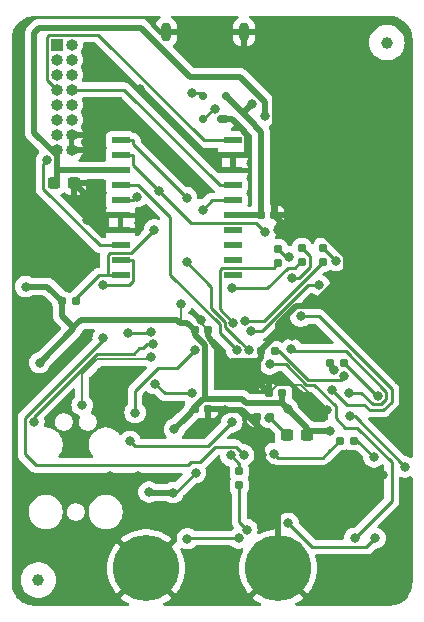
<source format=gbr>
%TF.GenerationSoftware,KiCad,Pcbnew,8.0.3*%
%TF.CreationDate,2024-07-18T10:32:46-07:00*%
%TF.ProjectId,USB_SPDTK2,5553425f-5350-4445-944b-322e6b696361,rev?*%
%TF.SameCoordinates,Original*%
%TF.FileFunction,Copper,L2,Bot*%
%TF.FilePolarity,Positive*%
%FSLAX46Y46*%
G04 Gerber Fmt 4.6, Leading zero omitted, Abs format (unit mm)*
G04 Created by KiCad (PCBNEW 8.0.3) date 2024-07-18 10:32:46*
%MOMM*%
%LPD*%
G01*
G04 APERTURE LIST*
G04 Aperture macros list*
%AMRoundRect*
0 Rectangle with rounded corners*
0 $1 Rounding radius*
0 $2 $3 $4 $5 $6 $7 $8 $9 X,Y pos of 4 corners*
0 Add a 4 corners polygon primitive as box body*
4,1,4,$2,$3,$4,$5,$6,$7,$8,$9,$2,$3,0*
0 Add four circle primitives for the rounded corners*
1,1,$1+$1,$2,$3*
1,1,$1+$1,$4,$5*
1,1,$1+$1,$6,$7*
1,1,$1+$1,$8,$9*
0 Add four rect primitives between the rounded corners*
20,1,$1+$1,$2,$3,$4,$5,0*
20,1,$1+$1,$4,$5,$6,$7,0*
20,1,$1+$1,$6,$7,$8,$9,0*
20,1,$1+$1,$8,$9,$2,$3,0*%
G04 Aperture macros list end*
%TA.AperFunction,ComponentPad*%
%ADD10R,1.000000X1.000000*%
%TD*%
%TA.AperFunction,ComponentPad*%
%ADD11O,1.000000X1.000000*%
%TD*%
%TA.AperFunction,ComponentPad*%
%ADD12C,3.600000*%
%TD*%
%TA.AperFunction,ConnectorPad*%
%ADD13C,5.600000*%
%TD*%
%TA.AperFunction,ComponentPad*%
%ADD14O,0.900000X1.600000*%
%TD*%
%TA.AperFunction,SMDPad,CuDef*%
%ADD15RoundRect,0.160000X-0.197500X-0.160000X0.197500X-0.160000X0.197500X0.160000X-0.197500X0.160000X0*%
%TD*%
%TA.AperFunction,SMDPad,CuDef*%
%ADD16RoundRect,0.155000X0.212500X0.155000X-0.212500X0.155000X-0.212500X-0.155000X0.212500X-0.155000X0*%
%TD*%
%TA.AperFunction,SMDPad,CuDef*%
%ADD17RoundRect,0.155000X-0.212500X-0.155000X0.212500X-0.155000X0.212500X0.155000X-0.212500X0.155000X0*%
%TD*%
%TA.AperFunction,SMDPad,CuDef*%
%ADD18RoundRect,0.237500X0.300000X0.237500X-0.300000X0.237500X-0.300000X-0.237500X0.300000X-0.237500X0*%
%TD*%
%TA.AperFunction,SMDPad,CuDef*%
%ADD19RoundRect,0.175000X0.325000X-0.175000X0.325000X0.175000X-0.325000X0.175000X-0.325000X-0.175000X0*%
%TD*%
%TA.AperFunction,SMDPad,CuDef*%
%ADD20RoundRect,0.150000X0.150000X-0.200000X0.150000X0.200000X-0.150000X0.200000X-0.150000X-0.200000X0*%
%TD*%
%TA.AperFunction,SMDPad,CuDef*%
%ADD21RoundRect,0.160000X0.197500X0.160000X-0.197500X0.160000X-0.197500X-0.160000X0.197500X-0.160000X0*%
%TD*%
%TA.AperFunction,SMDPad,CuDef*%
%ADD22C,1.000000*%
%TD*%
%TA.AperFunction,SMDPad,CuDef*%
%ADD23R,1.500000X0.600000*%
%TD*%
%TA.AperFunction,SMDPad,CuDef*%
%ADD24RoundRect,0.160000X0.160000X-0.197500X0.160000X0.197500X-0.160000X0.197500X-0.160000X-0.197500X0*%
%TD*%
%TA.AperFunction,ViaPad*%
%ADD25C,0.800000*%
%TD*%
%TA.AperFunction,Conductor*%
%ADD26C,0.500000*%
%TD*%
%TA.AperFunction,Conductor*%
%ADD27C,0.200000*%
%TD*%
%TA.AperFunction,Conductor*%
%ADD28C,0.400000*%
%TD*%
%TA.AperFunction,Conductor*%
%ADD29C,0.254000*%
%TD*%
%TA.AperFunction,Conductor*%
%ADD30C,0.250000*%
%TD*%
G04 APERTURE END LIST*
D10*
%TO.P,J3,1,Pin_1*%
%TO.N,unconnected-(J3-Pin_1-Pad1)*%
X111430000Y-66190000D03*
D11*
%TO.P,J3,2,Pin_2*%
%TO.N,unconnected-(J3-Pin_2-Pad2)*%
X112700000Y-66190000D03*
%TO.P,J3,3,Pin_3*%
%TO.N,unconnected-(J3-Pin_3-Pad3)*%
X111430000Y-67460000D03*
%TO.P,J3,4,Pin_4*%
%TO.N,unconnected-(J3-Pin_4-Pad4)*%
X112700000Y-67460000D03*
%TO.P,J3,5,Pin_5*%
%TO.N,S1U_OUT*%
X111430000Y-68730000D03*
%TO.P,J3,6,Pin_6*%
%TO.N,S1D_OUT*%
X112700000Y-68730000D03*
%TO.P,J3,7,Pin_7*%
%TO.N,S2U_OUT*%
X111430000Y-70000000D03*
%TO.P,J3,8,Pin_8*%
%TO.N,S2D_OUT*%
X112700000Y-70000000D03*
%TO.P,J3,9,Pin_9*%
%TO.N,unconnected-(J3-Pin_9-Pad9)*%
X111430000Y-71270000D03*
%TO.P,J3,10,Pin_10*%
%TO.N,unconnected-(J3-Pin_10-Pad10)*%
X112700000Y-71270000D03*
%TO.P,J3,11,Pin_11*%
%TO.N,unconnected-(J3-Pin_11-Pad11)*%
X111430000Y-72540000D03*
%TO.P,J3,12,Pin_12*%
%TO.N,unconnected-(J3-Pin_12-Pad12)*%
X112700000Y-72540000D03*
%TO.P,J3,13,Pin_13*%
%TO.N,+VSW*%
X111430000Y-73810000D03*
%TO.P,J3,14,Pin_14*%
%TO.N,GND*%
X112700000Y-73810000D03*
%TO.P,J3,15,Pin_15*%
%TO.N,+VSW*%
X111430000Y-75080000D03*
%TO.P,J3,16,Pin_16*%
%TO.N,GND*%
X112700000Y-75080000D03*
%TD*%
D12*
%TO.P,H1,1,1*%
%TO.N,GND*%
X119012000Y-110500000D03*
D13*
X119012000Y-110500000D03*
%TD*%
D12*
%TO.P,H2,1,1*%
%TO.N,GND*%
X130188000Y-110500000D03*
D13*
X130188000Y-110500000D03*
%TD*%
D14*
%TO.P,J1,6,Shield*%
%TO.N,GND*%
X127300000Y-65125000D03*
X120700000Y-65125000D03*
%TD*%
D15*
%TO.P,R9,1*%
%TO.N,Net-(U4-PA0)*%
X135402500Y-99700000D03*
%TO.P,R9,2*%
%TO.N,Net-(D3-A)*%
X136597500Y-99700000D03*
%TD*%
D16*
%TO.P,C11,1*%
%TO.N,+3.3V*%
X130535000Y-95700000D03*
%TO.P,C11,2*%
%TO.N,GND*%
X129400000Y-95700000D03*
%TD*%
D17*
%TO.P,C10,1*%
%TO.N,+3.3V*%
X123132500Y-97000000D03*
%TO.P,C10,2*%
%TO.N,GND*%
X124267500Y-97000000D03*
%TD*%
D16*
%TO.P,C9,1*%
%TO.N,GND*%
X124267500Y-90300000D03*
%TO.P,C9,2*%
%TO.N,+3.3V*%
X123132500Y-90300000D03*
%TD*%
D18*
%TO.P,C15,1*%
%TO.N,GND*%
X112925000Y-77900000D03*
%TO.P,C15,2*%
%TO.N,+VSW*%
X111200000Y-77900000D03*
%TD*%
D19*
%TO.P,D2,1,GND*%
%TO.N,GND*%
X125550000Y-72500000D03*
D20*
%TO.P,D2,2,I/O1*%
%TO.N,/Controller/USB-*%
X123850000Y-72500000D03*
%TO.P,D2,3,I/O2*%
%TO.N,/Controller/USB+*%
X123850000Y-70500000D03*
%TO.P,D2,4,VCC*%
%TO.N,VBUS*%
X125750000Y-70500000D03*
%TD*%
D16*
%TO.P,C13,1*%
%TO.N,Net-(U4-VDDA)*%
X129535000Y-97700000D03*
%TO.P,C13,2*%
%TO.N,GND*%
X128400000Y-97700000D03*
%TD*%
D21*
%TO.P,R17,1*%
%TO.N,/Controller/BOOT1*%
X129897500Y-92100000D03*
%TO.P,R17,2*%
%TO.N,GND*%
X128702500Y-92100000D03*
%TD*%
D18*
%TO.P,FB1,1*%
%TO.N,+3.3V*%
X132662500Y-99200000D03*
%TO.P,FB1,2*%
%TO.N,Net-(U4-VDDA)*%
X130937500Y-99200000D03*
%TD*%
D16*
%TO.P,C21,1*%
%TO.N,GND*%
X129867500Y-80600000D03*
%TO.P,C21,2*%
%TO.N,VBUS*%
X128732500Y-80600000D03*
%TD*%
D22*
%TO.P,FID3,*%
%TO.N,*%
X109900000Y-111500000D03*
%TD*%
D23*
%TO.P,U6,1,EN1\u002C2*%
%TO.N,SW_Enable*%
X116850000Y-85715000D03*
%TO.P,U6,2,1A*%
%TO.N,S1U*%
X116850000Y-84445000D03*
%TO.P,U6,3,1Y*%
%TO.N,S1U_OUT*%
X116850000Y-83175000D03*
%TO.P,U6,4,GND*%
%TO.N,GND*%
X116850000Y-81905000D03*
%TO.P,U6,5,GND*%
X116850000Y-80635000D03*
%TO.P,U6,6,2Y*%
%TO.N,S1D_OUT*%
X116850000Y-79365000D03*
%TO.P,U6,7,2A*%
%TO.N,S1D*%
X116850000Y-78095000D03*
%TO.P,U6,8,VCC2*%
%TO.N,+VSW*%
X116850000Y-76825000D03*
%TO.P,U6,9,EN3\u002C4*%
%TO.N,SW_Enable*%
X116850000Y-75555000D03*
%TO.P,U6,10,3A*%
%TO.N,S2U*%
X116850000Y-74285000D03*
%TO.P,U6,11,3Y*%
%TO.N,S2U_OUT*%
X126350000Y-74285000D03*
%TO.P,U6,12,GND*%
%TO.N,GND*%
X126350000Y-75555000D03*
%TO.P,U6,13,GND*%
X126350000Y-76825000D03*
%TO.P,U6,14,4Y*%
%TO.N,S2D_OUT*%
X126350000Y-78095000D03*
%TO.P,U6,15,4A*%
%TO.N,S2D*%
X126350000Y-79365000D03*
%TO.P,U6,16,VCC1*%
%TO.N,VBUS*%
X126350000Y-80635000D03*
%TO.P,U6,17*%
%TO.N,N/C*%
X126350000Y-81905000D03*
%TO.P,U6,18*%
X126350000Y-83175000D03*
%TO.P,U6,19*%
X126350000Y-84445000D03*
%TO.P,U6,20*%
X126350000Y-85715000D03*
%TD*%
D24*
%TO.P,R14,1*%
%TO.N,Net-(U4-PA10)*%
X130200000Y-84697500D03*
%TO.P,R14,2*%
%TO.N,Net-(D6-A)*%
X130200000Y-83502500D03*
%TD*%
D21*
%TO.P,R18,1*%
%TO.N,SW_Enable*%
X113095000Y-87900000D03*
%TO.P,R18,2*%
%TO.N,+3.3V*%
X111900000Y-87900000D03*
%TD*%
D24*
%TO.P,R13,1*%
%TO.N,Net-(U4-PA9)*%
X132200000Y-84597500D03*
%TO.P,R13,2*%
%TO.N,Net-(D5-A)*%
X132200000Y-83402500D03*
%TD*%
%TO.P,R11,1*%
%TO.N,Net-(C17-Pad1)*%
X126900000Y-103497500D03*
%TO.P,R11,2*%
%TO.N,Net-(U4-PH1)*%
X126900000Y-102302500D03*
%TD*%
D15*
%TO.P,R16,1*%
%TO.N,Net-(U4-PB0)*%
X134602500Y-93100000D03*
%TO.P,R16,2*%
%TO.N,Net-(D7-A)*%
X135797500Y-93100000D03*
%TD*%
D24*
%TO.P,R12,1*%
%TO.N,Net-(U4-PA8)*%
X134000000Y-84572500D03*
%TO.P,R12,2*%
%TO.N,Net-(D4-A)*%
X134000000Y-83377500D03*
%TD*%
D22*
%TO.P,FID4,*%
%TO.N,*%
X139400000Y-66000000D03*
%TD*%
D25*
%TO.N,GND*%
X118496000Y-69950200D03*
X139064000Y-102577000D03*
X116000000Y-102700000D03*
X123679000Y-89465200D03*
X131351000Y-90836800D03*
X130200000Y-81875500D03*
X134300000Y-97100000D03*
X125900000Y-93200000D03*
X125700000Y-97100000D03*
X114004000Y-81047800D03*
X118300000Y-102700000D03*
X128826000Y-100937000D03*
X113700000Y-84700000D03*
X115166000Y-93926700D03*
X113700000Y-84700000D03*
X115200000Y-97200000D03*
%TO.N,+VSW*%
X129052000Y-72232800D03*
%TO.N,VBUS*%
X128000000Y-71187100D03*
%TO.N,+3.3V*%
X122000000Y-88100000D03*
X119249000Y-104049000D03*
X110002000Y-93108700D03*
X123200000Y-102400000D03*
X121400000Y-98732500D03*
X131000000Y-97000000D03*
X121300000Y-104100000D03*
X108825000Y-86658500D03*
X134619000Y-98843500D03*
%TO.N,Net-(U4-VDDA)*%
X129445000Y-97748700D03*
%TO.N,Net-(J2-~{RESET})*%
X126275000Y-98117900D03*
X117645000Y-99745300D03*
%TO.N,Net-(C17-Pad1)*%
X127558000Y-107225000D03*
%TO.N,/Controller/USB+*%
X122921000Y-70265100D03*
%TO.N,/Controller/USB-*%
X124825000Y-71599900D03*
%TO.N,Net-(D3-A)*%
X138306000Y-101097000D03*
%TO.N,Net-(D4-A)*%
X135099000Y-84476300D03*
%TO.N,Net-(D5-A)*%
X131354959Y-85933059D03*
%TO.N,Net-(D6-A)*%
X131075000Y-84125000D03*
%TO.N,Net-(D7-A)*%
X138625000Y-95906000D03*
%TO.N,/Controller/JTMS*%
X123150000Y-92015300D03*
X118083000Y-97334300D03*
%TO.N,/Controller/JTDI*%
X119600000Y-91500000D03*
X109516000Y-98084700D03*
%TO.N,/Controller/JTDO*%
X119400000Y-92600000D03*
X113600000Y-96700000D03*
%TO.N,/Controller/JTCK*%
X119419000Y-90465700D03*
X117462000Y-90570000D03*
%TO.N,S2U*%
X122441000Y-79126700D03*
X122441000Y-84613200D03*
X127701000Y-92037000D03*
%TO.N,S1U*%
X115376000Y-90993000D03*
X115333000Y-86500700D03*
X127282000Y-100909000D03*
%TO.N,S1D_OUT*%
X118250000Y-79038100D03*
%TO.N,S2D*%
X123790000Y-80135700D03*
X119753000Y-94870900D03*
X122888000Y-95694400D03*
%TO.N,S1U_OUT*%
X110597000Y-75940700D03*
%TO.N,S1D*%
X126699000Y-92065100D03*
%TO.N,HVEnable*%
X133661000Y-86525400D03*
X127924000Y-90456200D03*
%TO.N,Net-(U4-PA0)*%
X129817000Y-100802000D03*
%TO.N,Net-(U4-PH1)*%
X126177000Y-100956000D03*
%TO.N,Net-(U4-PA8)*%
X127411000Y-89552500D03*
%TO.N,Net-(U4-PA9)*%
X126275000Y-86792300D03*
%TO.N,Net-(U4-PA10)*%
X126409000Y-89729400D03*
%TO.N,/Controller/BOOT1*%
X135771000Y-94244700D03*
%TO.N,Net-(U4-PB0)*%
X134895000Y-93686100D03*
%TO.N,/Controller/~{SPI2NSS}*%
X126858000Y-107951000D03*
X138410000Y-107958000D03*
X122500000Y-108000000D03*
X131054000Y-106705000D03*
%TO.N,SW_Enable*%
X132108000Y-89170000D03*
X129123000Y-82064700D03*
X134756000Y-95396100D03*
X120095000Y-78545500D03*
X119723000Y-81841800D03*
%TO.N,/Controller/SPI2_SCK*%
X136253000Y-97645900D03*
X136215000Y-95646000D03*
X140947000Y-101933000D03*
X131317000Y-91944200D03*
%TO.N,/Controller/SPI2_MOSI*%
X136668000Y-107975000D03*
X129475000Y-93209000D03*
%TD*%
D26*
%TO.N,GND*%
X116850000Y-80635000D02*
X115648000Y-80635000D01*
X112925000Y-77900000D02*
X114429000Y-79404400D01*
D27*
X115273000Y-94034000D02*
X115166000Y-93926700D01*
D26*
X127300000Y-65125000D02*
X127300000Y-66376700D01*
X131694000Y-88320000D02*
X133071000Y-88320000D01*
X127552000Y-75555000D02*
X127552000Y-73787800D01*
X130176000Y-89838100D02*
X131694000Y-88320000D01*
X127552000Y-73787800D02*
X126264000Y-72500000D01*
X129868000Y-80600000D02*
X130196000Y-80927700D01*
X130196000Y-80927700D02*
X130523000Y-81255400D01*
X128200000Y-97899600D02*
X127913000Y-97899600D01*
X130195000Y-80927700D02*
X129868000Y-80600000D01*
D27*
X115273000Y-97127000D02*
X115273000Y-94034000D01*
D26*
X139064000Y-102577000D02*
X139063000Y-102578000D01*
X125900000Y-93200000D02*
X124268000Y-90837900D01*
X126264000Y-72500000D02*
X125550000Y-72500000D01*
X128826000Y-100937000D02*
X128826000Y-98812800D01*
X124268000Y-90837900D02*
X124268000Y-90703400D01*
X130217000Y-81561300D02*
X130217000Y-81858400D01*
X128400000Y-97700000D02*
X128200000Y-97899600D01*
X125148000Y-76825000D02*
X125148000Y-76190000D01*
D27*
X123679000Y-89465200D02*
X123679000Y-89711900D01*
X134224000Y-97100000D02*
X132124000Y-95000000D01*
D26*
X130196000Y-80927700D02*
X130195000Y-80927700D01*
D27*
X123679000Y-89711900D02*
X124268000Y-90300000D01*
D26*
X127913000Y-97899600D02*
X127113000Y-97100000D01*
D27*
X130100000Y-95000000D02*
X129400000Y-95700000D01*
D26*
X126346000Y-92916800D02*
X125900000Y-93200000D01*
X127113000Y-97100000D02*
X125700000Y-97100000D01*
X130176000Y-90588100D02*
X130176000Y-89838100D01*
X129400000Y-95700000D02*
X128474000Y-94773800D01*
X135970000Y-85421200D02*
X135970000Y-84080500D01*
X135970000Y-84080500D02*
X133145000Y-81255400D01*
X128702000Y-92688100D02*
X128702000Y-92061400D01*
X128826000Y-98812800D02*
X127913000Y-97899600D01*
X124268000Y-90568900D02*
X124268000Y-90300000D01*
X133145000Y-81255400D02*
X130523000Y-81255400D01*
X128474000Y-94773800D02*
X128474000Y-92916800D01*
X130188000Y-102578000D02*
X128826000Y-101216000D01*
D27*
X130425000Y-90836800D02*
X130176000Y-90588100D01*
D26*
X127300000Y-66376700D02*
X129904000Y-68980200D01*
D27*
X115200000Y-97200000D02*
X115273000Y-97127000D01*
D26*
X126350000Y-76825000D02*
X125148000Y-76825000D01*
X125148000Y-76190000D02*
X125148000Y-75555000D01*
X128474000Y-92916800D02*
X126346000Y-92916800D01*
D27*
X131351000Y-90836800D02*
X130425000Y-90836800D01*
D26*
X130523000Y-81255400D02*
X130217000Y-81561300D01*
X129904000Y-68980200D02*
X129904000Y-74772100D01*
X126350000Y-75555000D02*
X127552000Y-75555000D01*
X124268000Y-97000000D02*
X125600000Y-97000000D01*
X115648000Y-80635000D02*
X115648000Y-81905000D01*
X128702000Y-92061400D02*
X130176000Y-90588100D01*
X125148000Y-75555000D02*
X126350000Y-75555000D01*
X114429000Y-80622600D02*
X115636000Y-80622600D01*
X114429000Y-80622600D02*
X114004000Y-81047800D01*
X133071000Y-88320000D02*
X135970000Y-85421200D01*
X115648000Y-81905000D02*
X116850000Y-81905000D01*
X125600000Y-97000000D02*
X125700000Y-97100000D01*
D28*
X120225000Y-65125000D02*
X119600000Y-64500000D01*
D26*
X125148000Y-76190000D02*
X124736000Y-76190000D01*
X114429000Y-79404400D02*
X114429000Y-80622600D01*
X124736000Y-76190000D02*
X118496000Y-69950200D01*
X115636000Y-80622600D02*
X115648000Y-80635000D01*
X128826000Y-101216000D02*
X128826000Y-100937000D01*
D28*
X119600000Y-64500000D02*
X119600000Y-64400000D01*
D27*
X134300000Y-97100000D02*
X134224000Y-97100000D01*
X120700000Y-65125000D02*
X120225000Y-65125000D01*
D26*
X130217000Y-81858400D02*
X130200000Y-81875500D01*
X124268000Y-90702900D02*
X124268000Y-90568900D01*
X129904000Y-74772100D02*
X129904000Y-80563500D01*
X139063000Y-102578000D02*
X130188000Y-102578000D01*
X130188000Y-110500000D02*
X130188000Y-102578000D01*
D29*
X116000000Y-102700000D02*
X118300000Y-102700000D01*
D27*
X132124000Y-95000000D02*
X130100000Y-95000000D01*
D26*
X124268000Y-90703400D02*
X124268000Y-90702900D01*
X128474000Y-92916800D02*
X128702000Y-92688100D01*
%TO.N,+VSW*%
X111430000Y-77669900D02*
X111430000Y-77670000D01*
X118591000Y-64735600D02*
X122732000Y-68876000D01*
X111482000Y-77617900D02*
X111482000Y-76950000D01*
X111430000Y-77669900D02*
X111482000Y-77618100D01*
X111430000Y-75555800D02*
X109500000Y-73625800D01*
X111482000Y-75607600D02*
X111430000Y-75555800D01*
X109500000Y-65200000D02*
X109964000Y-64735600D01*
X111607000Y-76825000D02*
X111482000Y-76950000D01*
X122732000Y-68876000D02*
X126925000Y-68876000D01*
X111430000Y-77670000D02*
X111200000Y-77900000D01*
X116850000Y-76825000D02*
X111607000Y-76825000D01*
X111430000Y-75080000D02*
X111430000Y-75555800D01*
X111482000Y-77617900D02*
X111430000Y-77669900D01*
X126925000Y-68876000D02*
X129052000Y-71002900D01*
X109500000Y-73625800D02*
X109500000Y-65200000D01*
X111482000Y-76950000D02*
X111482000Y-75607600D01*
X109964000Y-64735600D02*
X118591000Y-64735600D01*
X129052000Y-71002900D02*
X129052000Y-72232800D01*
X111482000Y-77618100D02*
X111482000Y-77617900D01*
%TO.N,VBUS*%
X128252000Y-73045200D02*
X128200000Y-72993400D01*
X128732000Y-80391500D02*
X128732500Y-80392000D01*
X128252000Y-73047300D02*
X128252000Y-73045200D01*
X128732000Y-80182500D02*
X128732000Y-73527900D01*
X128732000Y-73527900D02*
X128252000Y-73047300D01*
X128200000Y-72993400D02*
X128200000Y-72950100D01*
X128732000Y-80183000D02*
X128732000Y-80182500D01*
X128732000Y-80183000D02*
X128732000Y-80391500D01*
X128732000Y-80391500D02*
X128732000Y-80600000D01*
X125750000Y-70500000D02*
X127219000Y-71968500D01*
X127219000Y-71968500D02*
X128000000Y-71187100D01*
X126350000Y-80635000D02*
X128698000Y-80635000D01*
X128732500Y-80392000D02*
X128732500Y-80600000D01*
X128200000Y-72950100D02*
X127219000Y-71968500D01*
%TO.N,+3.3V*%
X119300000Y-104100000D02*
X119249000Y-104049000D01*
X121400000Y-98732500D02*
X122266000Y-97866200D01*
X122498000Y-89720000D02*
X121900000Y-89720000D01*
X127512000Y-96506400D02*
X130497000Y-96506400D01*
X111900000Y-87900000D02*
X110658000Y-86658500D01*
X111900000Y-89165700D02*
X112850000Y-90116200D01*
D29*
X121500000Y-104100000D02*
X121300000Y-104100000D01*
D26*
X131000000Y-97000000D02*
X132662000Y-98671700D01*
X123849000Y-96157700D02*
X124001000Y-96157700D01*
X132662000Y-98671700D02*
X132662000Y-98843500D01*
D27*
X122000000Y-89620000D02*
X121900000Y-89720000D01*
D26*
X123132000Y-90735600D02*
X123132000Y-90354300D01*
X112850000Y-90260700D02*
X110002000Y-93108700D01*
X130535000Y-96468600D02*
X130535000Y-95700000D01*
X130497000Y-96506400D02*
X130535000Y-96468600D01*
X122266000Y-97866200D02*
X122699000Y-97433100D01*
X132662000Y-99021700D02*
X132662000Y-98843500D01*
X121666000Y-89485700D02*
X113481000Y-89485700D01*
X132662000Y-98843500D02*
X134619000Y-98843500D01*
X112850000Y-90116200D02*
X112850000Y-90260700D01*
X127164000Y-96157700D02*
X127512000Y-96506400D01*
X130497000Y-96506400D02*
X131000000Y-97000000D01*
X123132000Y-90354300D02*
X122498000Y-89720000D01*
X124001000Y-96157700D02*
X127164000Y-96157700D01*
X124001000Y-91604300D02*
X123132000Y-90735600D01*
X124001000Y-96157700D02*
X124001000Y-91604300D01*
X123132000Y-96874100D02*
X123849000Y-96157700D01*
X121900000Y-89720000D02*
X121666000Y-89485700D01*
X122699000Y-97433100D02*
X122916000Y-97216500D01*
X123132000Y-97000000D02*
X123132000Y-96874100D01*
X111900000Y-87900000D02*
X111900000Y-89165700D01*
X110658000Y-86658500D02*
X108825000Y-86658500D01*
D27*
X122000000Y-88100000D02*
X122000000Y-89620000D01*
D26*
X113481000Y-89485700D02*
X112850000Y-90116200D01*
D29*
X123200000Y-102400000D02*
X121500000Y-104100000D01*
D26*
X121300000Y-104100000D02*
X119300000Y-104100000D01*
X122916000Y-97216500D02*
X123132000Y-97000000D01*
D30*
%TO.N,Net-(U4-VDDA)*%
X129994000Y-98255200D02*
X129487000Y-97748700D01*
X129993000Y-98255200D02*
X129487000Y-97748400D01*
X130722000Y-98983800D02*
X129994000Y-98255200D01*
X129994000Y-98255200D02*
X129993000Y-98255200D01*
%TO.N,Net-(J2-~{RESET})*%
X118064000Y-100164000D02*
X124229000Y-100164000D01*
X124229000Y-100164000D02*
X126275000Y-98117900D01*
X117645000Y-99745300D02*
X118064000Y-100164000D01*
%TO.N,Net-(C17-Pad1)*%
X126900000Y-103498000D02*
X126900000Y-106567000D01*
X126900000Y-106567000D02*
X127558000Y-107225000D01*
%TO.N,/Controller/USB+*%
X123850000Y-70500000D02*
X123615000Y-70265100D01*
X123615000Y-70265100D02*
X122921000Y-70265100D01*
%TO.N,/Controller/USB-*%
X123850000Y-72500000D02*
X124750000Y-71599900D01*
X124750000Y-71599900D02*
X124825000Y-71599900D01*
%TO.N,Net-(D3-A)*%
X136909000Y-99700000D02*
X138306000Y-101097000D01*
X136598000Y-99700000D02*
X136909000Y-99700000D01*
%TO.N,Net-(D4-A)*%
X134000000Y-83377500D02*
X135099000Y-84476300D01*
%TO.N,Net-(D5-A)*%
X132906000Y-84108400D02*
X132906000Y-84958014D01*
X132906000Y-84958014D02*
X131930955Y-85933059D01*
X131930955Y-85933059D02*
X131354959Y-85933059D01*
X132200000Y-83402500D02*
X132906000Y-84108400D01*
%TO.N,Net-(D6-A)*%
X130822000Y-84125000D02*
X131075000Y-84125000D01*
X130200000Y-83502500D02*
X130822000Y-84125000D01*
%TO.N,Net-(D7-A)*%
X138604000Y-95906000D02*
X136217000Y-93519500D01*
X138625000Y-95906000D02*
X138604000Y-95906000D01*
X136217000Y-93519500D02*
X136120000Y-93422300D01*
X136217000Y-93519500D02*
X135798000Y-93100000D01*
%TO.N,/Controller/JTMS*%
X120034000Y-93535000D02*
X118083000Y-95485500D01*
X118083000Y-95485500D02*
X118083000Y-97334300D01*
X123150000Y-92015300D02*
X121630000Y-93535000D01*
X121630000Y-93535000D02*
X120034000Y-93535000D01*
%TO.N,/Controller/JTDI*%
X114844000Y-92355000D02*
X117971000Y-92355000D01*
X117971000Y-92355000D02*
X118455000Y-91871000D01*
X118729000Y-91871000D02*
X119100000Y-91500000D01*
X118455000Y-91871000D02*
X118729000Y-91871000D01*
X119100000Y-91500000D02*
X119600000Y-91500000D01*
X109516000Y-97682800D02*
X114844000Y-92355000D01*
X109516000Y-98084700D02*
X109516000Y-97682800D01*
D27*
%TO.N,/Controller/JTDO*%
X119193000Y-92807000D02*
X119400000Y-92600000D01*
X114890000Y-92807000D02*
X119193000Y-92807000D01*
X113600000Y-94096600D02*
X114890000Y-92807000D01*
X113600000Y-96700000D02*
X113600000Y-94096600D01*
D30*
%TO.N,/Controller/JTCK*%
X119315000Y-90570000D02*
X119419000Y-90465700D01*
X117462000Y-90570000D02*
X119315000Y-90570000D01*
%TO.N,S2U*%
X125682000Y-89668000D02*
X125682000Y-90083600D01*
X117927000Y-74285000D02*
X117927000Y-74612100D01*
X116850000Y-74285000D02*
X117927000Y-74285000D01*
X126846000Y-91248000D02*
X126912000Y-91248000D01*
X124510000Y-86681800D02*
X124510000Y-88495800D01*
X117927000Y-74612100D02*
X122441000Y-79126700D01*
X122441000Y-84613200D02*
X124510000Y-86681800D01*
X125682000Y-90083600D02*
X126846000Y-91248000D01*
X126912000Y-91248000D02*
X127701000Y-92037000D01*
X124510000Y-88495800D02*
X125682000Y-89668000D01*
%TO.N,S1U*%
X126598000Y-100225000D02*
X124874000Y-100225000D01*
X117587000Y-86500700D02*
X115333000Y-86500700D01*
X122846000Y-101545000D02*
X122602000Y-101789000D01*
X109699000Y-101789000D02*
X108758000Y-100848000D01*
X127282000Y-100909000D02*
X126598000Y-100225000D01*
X117927000Y-84445000D02*
X117927000Y-86161100D01*
X116850000Y-84445000D02*
X117927000Y-84445000D01*
X123554000Y-101545000D02*
X122846000Y-101545000D01*
X108758000Y-100848000D02*
X108758000Y-97777800D01*
X115376000Y-91160100D02*
X115376000Y-90993000D01*
X124874000Y-100225000D02*
X123554000Y-101545000D01*
X108758000Y-97777800D02*
X115376000Y-91160100D01*
X122602000Y-101789000D02*
X109699000Y-101789000D01*
X117927000Y-86161100D02*
X117587000Y-86500700D01*
%TO.N,S2D_OUT*%
X125273000Y-78095000D02*
X117178000Y-70000000D01*
X117178000Y-70000000D02*
X112700000Y-70000000D01*
X126350000Y-78095000D02*
X125273000Y-78095000D01*
%TO.N,S1D_OUT*%
X117927000Y-79365000D02*
X117927000Y-79361400D01*
X117927000Y-79361400D02*
X118250000Y-79038100D01*
X116850000Y-79365000D02*
X117927000Y-79365000D01*
%TO.N,S2D*%
X120576000Y-95694400D02*
X119753000Y-94870900D01*
X123790000Y-80135700D02*
X124561000Y-79365000D01*
X122888000Y-95694400D02*
X120576000Y-95694400D01*
X124561000Y-79365000D02*
X126350000Y-79365000D01*
%TO.N,S2U_OUT*%
X110587000Y-65500800D02*
X110767000Y-65320800D01*
X110587000Y-69156800D02*
X110587000Y-65500800D01*
X111430000Y-70000000D02*
X110587000Y-69156800D01*
X110767000Y-65320800D02*
X114947000Y-65320800D01*
X114947000Y-65320800D02*
X123911000Y-74285000D01*
X123911000Y-74285000D02*
X126350000Y-74285000D01*
%TO.N,S1U_OUT*%
X110285000Y-76253100D02*
X110597000Y-75940700D01*
X110285000Y-78372000D02*
X110285000Y-76253100D01*
X115088000Y-83175000D02*
X110285000Y-78372000D01*
X116850000Y-83175000D02*
X115088000Y-83175000D01*
%TO.N,S1D*%
X125230000Y-90596400D02*
X126699000Y-92065100D01*
X116850000Y-78095000D02*
X118359000Y-78095000D01*
X125230000Y-89855100D02*
X125230000Y-90596400D01*
X121045000Y-80780400D02*
X121045000Y-85669400D01*
X121045000Y-85669400D02*
X125230000Y-89855100D01*
X118359000Y-78095000D02*
X121045000Y-80780400D01*
%TO.N,HVEnable*%
X128807000Y-90456200D02*
X127924000Y-90456200D01*
X132738000Y-86525400D02*
X128807000Y-90456200D01*
X133661000Y-86525400D02*
X132738000Y-86525400D01*
%TO.N,Net-(U4-PA0)*%
X130145000Y-101130000D02*
X129817000Y-100802000D01*
X134499000Y-100603000D02*
X133972000Y-101130000D01*
X134499000Y-100603000D02*
X134500000Y-100603000D01*
X133972000Y-101130000D02*
X130145000Y-101130000D01*
X134500000Y-100603000D02*
X135402500Y-99700500D01*
X134499000Y-100603000D02*
X134800000Y-100302000D01*
%TO.N,Net-(U4-PH1)*%
X126900000Y-101680000D02*
X126177000Y-100956000D01*
X126900000Y-102302000D02*
X126900000Y-101680000D01*
D29*
%TO.N,Net-(U4-PA8)*%
X134000000Y-84572500D02*
X129020000Y-89552500D01*
X129020000Y-89552500D02*
X127411000Y-89552500D01*
D30*
%TO.N,Net-(U4-PA9)*%
X129286565Y-86792300D02*
X126275000Y-86792300D01*
X132069000Y-84597500D02*
X131588616Y-85078059D01*
X131588616Y-85078059D02*
X131000806Y-85078059D01*
X131000806Y-85078059D02*
X129286565Y-86792300D01*
%TO.N,Net-(U4-PA10)*%
X125273000Y-85218300D02*
X125273000Y-88593800D01*
X125412000Y-85080000D02*
X125273000Y-85218300D01*
X130200000Y-84697500D02*
X129818000Y-85080000D01*
X125273000Y-88593800D02*
X126409000Y-89729400D01*
X129818000Y-85080000D02*
X125412000Y-85080000D01*
%TO.N,/Controller/BOOT1*%
X132696000Y-94541100D02*
X135475000Y-94541100D01*
X135475000Y-94541100D02*
X135771000Y-94244700D01*
X130255000Y-92100000D02*
X132696000Y-94541100D01*
X129898000Y-92100000D02*
X130255000Y-92100000D01*
%TO.N,Net-(U4-PB0)*%
X134619000Y-93686100D02*
X134895000Y-93686100D01*
X134602000Y-93384600D02*
X134602000Y-93289700D01*
X134602000Y-93668700D02*
X134602000Y-93479500D01*
X134602000Y-93384600D02*
X134602500Y-93384100D01*
X134602000Y-93669200D02*
X134619000Y-93686100D01*
X134602000Y-93479500D02*
X134602000Y-93384600D01*
X134602000Y-93669200D02*
X134602000Y-93668700D01*
X134602500Y-93384100D02*
X134602500Y-93100000D01*
%TO.N,/Controller/~{SPI2NSS}*%
X122549000Y-107951000D02*
X122500000Y-108000000D01*
X133050000Y-108702000D02*
X137667000Y-108702000D01*
X131054000Y-106705000D02*
X133050000Y-108702000D01*
X126858000Y-107951000D02*
X122549000Y-107951000D01*
X137667000Y-108702000D02*
X138410000Y-107958000D01*
%TO.N,SW_Enable*%
X116850000Y-75555000D02*
X117927000Y-75555000D01*
X132108000Y-89170000D02*
X133622000Y-89170000D01*
X128337000Y-81278300D02*
X122828000Y-81278300D01*
X115773000Y-85715000D02*
X115752000Y-85693600D01*
X117927000Y-75555000D02*
X117927000Y-76377000D01*
X137936000Y-97092100D02*
X137486000Y-96641900D01*
X136002000Y-96641900D02*
X134756000Y-95396100D01*
X115932000Y-83801700D02*
X117763000Y-83801700D01*
X139811000Y-96386200D02*
X139105000Y-97092100D01*
X139811000Y-95358600D02*
X139811000Y-96386200D01*
X115752000Y-85693600D02*
X115752000Y-83981500D01*
X133622000Y-89170000D02*
X139811000Y-95358600D01*
X113095000Y-87637700D02*
X113095000Y-87900000D01*
X115039000Y-85693600D02*
X113095000Y-87637700D01*
X115752000Y-85693600D02*
X115039000Y-85693600D01*
X129123000Y-82064700D02*
X128337000Y-81278300D01*
X117927000Y-76377000D02*
X120095000Y-78545500D01*
X115752000Y-83981500D02*
X115932000Y-83801700D01*
X116850000Y-85715000D02*
X115773000Y-85715000D01*
X139105000Y-97092100D02*
X137936000Y-97092100D01*
X117763000Y-83801700D02*
X119723000Y-81841800D01*
X122828000Y-81278300D02*
X120095000Y-78545500D01*
X137486000Y-96641900D02*
X136002000Y-96641900D01*
%TO.N,/Controller/SPI2_SCK*%
X139352000Y-96207000D02*
X138926000Y-96632700D01*
X138228000Y-96632700D02*
X137241000Y-95646000D01*
X131317000Y-91944200D02*
X131493000Y-92120000D01*
X140947000Y-101933000D02*
X136660000Y-97645900D01*
X135934000Y-92120000D02*
X139360000Y-95545700D01*
X131493000Y-92120000D02*
X135934000Y-92120000D01*
X136660000Y-97645900D02*
X136253000Y-97645900D01*
X137241000Y-95646000D02*
X136215000Y-95646000D01*
X139352000Y-96206100D02*
X139352000Y-96207000D01*
X139360000Y-96198200D02*
X139352000Y-96206100D01*
X139360000Y-95545700D02*
X139360000Y-96198200D01*
X138926000Y-96632700D02*
X138228000Y-96632700D01*
%TO.N,/Controller/SPI2_MOSI*%
X135052000Y-97751200D02*
X135052000Y-96754200D01*
X136878000Y-98587500D02*
X135888000Y-98587500D01*
X130831000Y-93209000D02*
X129475000Y-93209000D01*
X136668000Y-107975000D02*
X139799000Y-104844000D01*
X139799000Y-104844000D02*
X139799000Y-101509000D01*
X139799000Y-101509000D02*
X136878000Y-98587500D01*
X135888000Y-98587500D02*
X135052000Y-97751200D01*
X135052000Y-96754200D02*
X133246000Y-94948000D01*
X133246000Y-94948000D02*
X132570000Y-94948000D01*
X132570000Y-94948000D02*
X130831000Y-93209000D01*
%TD*%
%TA.AperFunction,Conductor*%
%TO.N,GND*%
G36*
X120218998Y-63745185D02*
G01*
X120264753Y-63797989D01*
X120274697Y-63867147D01*
X120245672Y-63930703D01*
X120220850Y-63952602D01*
X120094410Y-64037086D01*
X120094406Y-64037089D01*
X119962089Y-64169406D01*
X119962086Y-64169410D01*
X119858124Y-64324999D01*
X119858119Y-64325008D01*
X119786508Y-64497894D01*
X119786506Y-64497900D01*
X119770083Y-64580464D01*
X119737698Y-64642375D01*
X119676982Y-64676949D01*
X119607212Y-64673208D01*
X119560791Y-64643960D01*
X119124509Y-64207742D01*
X119124509Y-64207741D01*
X119124502Y-64207735D01*
X119069414Y-64152647D01*
X119069376Y-64152616D01*
X119010140Y-64113042D01*
X119010133Y-64113037D01*
X118946481Y-64070506D01*
X118946462Y-64070496D01*
X118879615Y-64042813D01*
X118879608Y-64042810D01*
X118809890Y-64013932D01*
X118801406Y-64012245D01*
X118740434Y-64000121D01*
X118740433Y-64000120D01*
X118740424Y-64000119D01*
X118732444Y-63998531D01*
X118664926Y-63985100D01*
X118664871Y-63985095D01*
X118664863Y-63985095D01*
X118605131Y-63985099D01*
X118597664Y-63985100D01*
X110043997Y-63985100D01*
X110043286Y-63985065D01*
X109963677Y-63985100D01*
X109890054Y-63985100D01*
X109889787Y-63985126D01*
X109817412Y-63999554D01*
X109817363Y-63999564D01*
X109745075Y-64013944D01*
X109744785Y-64014032D01*
X109676671Y-64042279D01*
X109676626Y-64042298D01*
X109608483Y-64070525D01*
X109608234Y-64070658D01*
X109546968Y-64111632D01*
X109546927Y-64111659D01*
X109485574Y-64152655D01*
X109485342Y-64152845D01*
X109433053Y-64205179D01*
X109377189Y-64261043D01*
X109376720Y-64261558D01*
X108968031Y-64670601D01*
X108917032Y-64721600D01*
X108916956Y-64721694D01*
X108916847Y-64721825D01*
X108875527Y-64783723D01*
X108875499Y-64783765D01*
X108834905Y-64844520D01*
X108834772Y-64844768D01*
X108806397Y-64913352D01*
X108806379Y-64913397D01*
X108778332Y-64981109D01*
X108778250Y-64981381D01*
X108763705Y-65054663D01*
X108763696Y-65054712D01*
X108749497Y-65126093D01*
X108749467Y-65126403D01*
X108749500Y-65200323D01*
X108749500Y-73699718D01*
X108749500Y-73699720D01*
X108749499Y-73699720D01*
X108778340Y-73844707D01*
X108778343Y-73844717D01*
X108834913Y-73981290D01*
X108839882Y-73988727D01*
X108839881Y-73988727D01*
X108917049Y-74104218D01*
X108917052Y-74104221D01*
X109950334Y-75137502D01*
X109983819Y-75198825D01*
X109978835Y-75268517D01*
X109954803Y-75308155D01*
X109864466Y-75408484D01*
X109769821Y-75572415D01*
X109769818Y-75572422D01*
X109711327Y-75752440D01*
X109711326Y-75752444D01*
X109692365Y-75932853D01*
X109691540Y-75940701D01*
X109697521Y-75997622D01*
X109688765Y-76058024D01*
X109683533Y-76070657D01*
X109683528Y-76070675D01*
X109683420Y-76071027D01*
X109671354Y-76131890D01*
X109671340Y-76131963D01*
X109659495Y-76191515D01*
X109659459Y-76191882D01*
X109659464Y-76198849D01*
X109659500Y-76254280D01*
X109659500Y-78433606D01*
X109683537Y-78554452D01*
X109683538Y-78554454D01*
X109683538Y-78554456D01*
X109687941Y-78565085D01*
X109730685Y-78668281D01*
X109730690Y-78668290D01*
X109749516Y-78696464D01*
X109749517Y-78696465D01*
X109799141Y-78770732D01*
X109799144Y-78770736D01*
X109890586Y-78862178D01*
X109890608Y-78862198D01*
X114599016Y-83570606D01*
X114599045Y-83570637D01*
X114689264Y-83660856D01*
X114689267Y-83660858D01*
X114740264Y-83694933D01*
X114791715Y-83729312D01*
X114857875Y-83756716D01*
X114905548Y-83776463D01*
X115026394Y-83800500D01*
X115026398Y-83800500D01*
X115026690Y-83800558D01*
X115088601Y-83832943D01*
X115123176Y-83893658D01*
X115126500Y-83922176D01*
X115126500Y-83981220D01*
X115126463Y-84048424D01*
X115126500Y-84049173D01*
X115126500Y-84944100D01*
X115106815Y-85011139D01*
X115054011Y-85056894D01*
X115002500Y-85068100D01*
X114977380Y-85068100D01*
X114911939Y-85081119D01*
X114911938Y-85081119D01*
X114856550Y-85092136D01*
X114856540Y-85092139D01*
X114799326Y-85115839D01*
X114742704Y-85139293D01*
X114692760Y-85172667D01*
X114692757Y-85172669D01*
X114640264Y-85207743D01*
X114640241Y-85207764D01*
X114608922Y-85239087D01*
X114608918Y-85239091D01*
X114549535Y-85298473D01*
X114549509Y-85298501D01*
X112777372Y-87070729D01*
X112726580Y-87101435D01*
X112624432Y-87133266D01*
X112624429Y-87133267D01*
X112561649Y-87171219D01*
X112494094Y-87189055D01*
X112433351Y-87171219D01*
X112370570Y-87133267D01*
X112370566Y-87133265D01*
X112217433Y-87085548D01*
X112217435Y-87085548D01*
X112184434Y-87082549D01*
X112119451Y-87056877D01*
X112107994Y-87046757D01*
X111187534Y-86126667D01*
X111187536Y-86126664D01*
X111187515Y-86126648D01*
X111136420Y-86075552D01*
X111136294Y-86075448D01*
X111074911Y-86034452D01*
X111074890Y-86034439D01*
X111013492Y-85993414D01*
X111013461Y-85993398D01*
X111013364Y-85993346D01*
X111013361Y-85993344D01*
X111013360Y-85993344D01*
X110976156Y-85977942D01*
X110945909Y-85965420D01*
X110945892Y-85965406D01*
X110945890Y-85965412D01*
X110876891Y-85936833D01*
X110876793Y-85936803D01*
X110804932Y-85922523D01*
X110804932Y-85922520D01*
X110804909Y-85922518D01*
X110731916Y-85907999D01*
X110731775Y-85907985D01*
X110731766Y-85907985D01*
X110657849Y-85908000D01*
X109364337Y-85908000D01*
X109297298Y-85888315D01*
X109291452Y-85884318D01*
X109277734Y-85874351D01*
X109277729Y-85874348D01*
X109104807Y-85797357D01*
X109104802Y-85797355D01*
X108959001Y-85766365D01*
X108919646Y-85758000D01*
X108730354Y-85758000D01*
X108697897Y-85764898D01*
X108545197Y-85797355D01*
X108545192Y-85797357D01*
X108372270Y-85874348D01*
X108372265Y-85874351D01*
X108219129Y-85985611D01*
X108092466Y-86126285D01*
X107997821Y-86290215D01*
X107997818Y-86290222D01*
X107939327Y-86470240D01*
X107939326Y-86470244D01*
X107919540Y-86658500D01*
X107939326Y-86846756D01*
X107939327Y-86846759D01*
X107997818Y-87026777D01*
X107997821Y-87026784D01*
X108092467Y-87190716D01*
X108197435Y-87307294D01*
X108219129Y-87331388D01*
X108372265Y-87442648D01*
X108372270Y-87442651D01*
X108545192Y-87519642D01*
X108545197Y-87519644D01*
X108730354Y-87559000D01*
X108730355Y-87559000D01*
X108919644Y-87559000D01*
X108919646Y-87559000D01*
X109104803Y-87519644D01*
X109277730Y-87442651D01*
X109283987Y-87438105D01*
X109291452Y-87432682D01*
X109357258Y-87409202D01*
X109364337Y-87409000D01*
X110295874Y-87409000D01*
X110362913Y-87428685D01*
X110383535Y-87445299D01*
X110850164Y-87911740D01*
X111009250Y-88070762D01*
X111042747Y-88132079D01*
X111045077Y-88147241D01*
X111048046Y-88179926D01*
X111048048Y-88179933D01*
X111095765Y-88333065D01*
X111095766Y-88333066D01*
X111095767Y-88333069D01*
X111131617Y-88392372D01*
X111149500Y-88456521D01*
X111149500Y-89167430D01*
X111149480Y-89239429D01*
X111149498Y-89239615D01*
X111163939Y-89312208D01*
X111163942Y-89312241D01*
X111163946Y-89312241D01*
X111163946Y-89312242D01*
X111178284Y-89384423D01*
X111178285Y-89384425D01*
X111178289Y-89384445D01*
X111178335Y-89384596D01*
X111206271Y-89452041D01*
X111206277Y-89452072D01*
X111206283Y-89452070D01*
X111234827Y-89521031D01*
X111234909Y-89521183D01*
X111234914Y-89521190D01*
X111234916Y-89521195D01*
X111276292Y-89583119D01*
X111276302Y-89583152D01*
X111276311Y-89583147D01*
X111316920Y-89643959D01*
X111316974Y-89644024D01*
X111317046Y-89644112D01*
X111317049Y-89644116D01*
X111370123Y-89697190D01*
X111773368Y-90100648D01*
X111806837Y-90161979D01*
X111801834Y-90231669D01*
X111773345Y-90275986D01*
X109849228Y-92200102D01*
X109787905Y-92233587D01*
X109787329Y-92233711D01*
X109722196Y-92247556D01*
X109722192Y-92247557D01*
X109549270Y-92324548D01*
X109549265Y-92324551D01*
X109396129Y-92435811D01*
X109269466Y-92576485D01*
X109174821Y-92740415D01*
X109174818Y-92740422D01*
X109119882Y-92909500D01*
X109116326Y-92920444D01*
X109096540Y-93108700D01*
X109116326Y-93296956D01*
X109116327Y-93296959D01*
X109174818Y-93476977D01*
X109174821Y-93476984D01*
X109269467Y-93640916D01*
X109359776Y-93741214D01*
X109396129Y-93781588D01*
X109549265Y-93892848D01*
X109549270Y-93892851D01*
X109722192Y-93969842D01*
X109722197Y-93969844D01*
X109907354Y-94009200D01*
X109907355Y-94009200D01*
X110096644Y-94009200D01*
X110096646Y-94009200D01*
X110281803Y-93969844D01*
X110454730Y-93892851D01*
X110607871Y-93781588D01*
X110734533Y-93640916D01*
X110829179Y-93476984D01*
X110884522Y-93306656D01*
X110914768Y-93257298D01*
X113432951Y-90739116D01*
X113515084Y-90616195D01*
X113571658Y-90479613D01*
X113571660Y-90479601D01*
X113572886Y-90475563D01*
X113603899Y-90423844D01*
X113755380Y-90272483D01*
X113816716Y-90239023D01*
X113843026Y-90236200D01*
X114567175Y-90236200D01*
X114634214Y-90255885D01*
X114679969Y-90308689D01*
X114689913Y-90377847D01*
X114660888Y-90441403D01*
X114659325Y-90443172D01*
X114643466Y-90460785D01*
X114548821Y-90624715D01*
X114548818Y-90624722D01*
X114498719Y-90778913D01*
X114490326Y-90804744D01*
X114475893Y-90942067D01*
X114470540Y-90993000D01*
X114482232Y-91104253D01*
X114469662Y-91172983D01*
X114446590Y-91204896D01*
X108362399Y-97288811D01*
X108362354Y-97288853D01*
X108302004Y-97349204D01*
X108302003Y-97349206D01*
X108272151Y-97379057D01*
X108272143Y-97379065D01*
X108270218Y-97381946D01*
X108233290Y-97437212D01*
X108203695Y-97481502D01*
X108203691Y-97481509D01*
X108203688Y-97481514D01*
X108203658Y-97481577D01*
X108203399Y-97482214D01*
X108189224Y-97516437D01*
X108189222Y-97516441D01*
X108156540Y-97595336D01*
X108156540Y-97595337D01*
X108156534Y-97595357D01*
X108146744Y-97644578D01*
X108146744Y-97644579D01*
X108132503Y-97716166D01*
X108132500Y-97716190D01*
X108132500Y-97744397D01*
X108132498Y-97845494D01*
X108132500Y-97845535D01*
X108132500Y-100909606D01*
X108137044Y-100932449D01*
X108154826Y-101021853D01*
X108156537Y-101030452D01*
X108158584Y-101035393D01*
X108203688Y-101144286D01*
X108213157Y-101158456D01*
X108213258Y-101158607D01*
X108213259Y-101158609D01*
X108272141Y-101246732D01*
X108272144Y-101246736D01*
X108363586Y-101338178D01*
X108363608Y-101338198D01*
X109210016Y-102184606D01*
X109210045Y-102184637D01*
X109300264Y-102274856D01*
X109300267Y-102274858D01*
X109377190Y-102326256D01*
X109402710Y-102343309D01*
X109402713Y-102343311D01*
X109402715Y-102343312D01*
X109451708Y-102363605D01*
X109451709Y-102363606D01*
X109451710Y-102363606D01*
X109516548Y-102390463D01*
X109564495Y-102400000D01*
X109637390Y-102414499D01*
X109637392Y-102414500D01*
X109637393Y-102414500D01*
X109637394Y-102414500D01*
X121998718Y-102414500D01*
X122065757Y-102434185D01*
X122111512Y-102486989D01*
X122121456Y-102556147D01*
X122092431Y-102619703D01*
X122086399Y-102626181D01*
X121539925Y-103172654D01*
X121478602Y-103206139D01*
X121426463Y-103206263D01*
X121394646Y-103199500D01*
X121205354Y-103199500D01*
X121174120Y-103206139D01*
X121020197Y-103238855D01*
X121020192Y-103238857D01*
X120847270Y-103315848D01*
X120847265Y-103315851D01*
X120833548Y-103325818D01*
X120767742Y-103349298D01*
X120760663Y-103349500D01*
X119858532Y-103349500D01*
X119791493Y-103329815D01*
X119785667Y-103325832D01*
X119701730Y-103264849D01*
X119701729Y-103264848D01*
X119528807Y-103187857D01*
X119528802Y-103187855D01*
X119383001Y-103156865D01*
X119343646Y-103148500D01*
X119154354Y-103148500D01*
X119121897Y-103155398D01*
X118969197Y-103187855D01*
X118969192Y-103187857D01*
X118796270Y-103264848D01*
X118796265Y-103264851D01*
X118643129Y-103376111D01*
X118516466Y-103516785D01*
X118421821Y-103680715D01*
X118421818Y-103680722D01*
X118363327Y-103860740D01*
X118363326Y-103860744D01*
X118343540Y-104049000D01*
X118363326Y-104237256D01*
X118363327Y-104237259D01*
X118421818Y-104417277D01*
X118421821Y-104417284D01*
X118516467Y-104581216D01*
X118643129Y-104721888D01*
X118796265Y-104833148D01*
X118796270Y-104833151D01*
X118969192Y-104910142D01*
X118969197Y-104910144D01*
X119154354Y-104949500D01*
X119154355Y-104949500D01*
X119343644Y-104949500D01*
X119343646Y-104949500D01*
X119528803Y-104910144D01*
X119609574Y-104874182D01*
X119638685Y-104861221D01*
X119689121Y-104850500D01*
X120760663Y-104850500D01*
X120827702Y-104870185D01*
X120833548Y-104874182D01*
X120847265Y-104884148D01*
X120847270Y-104884151D01*
X121020192Y-104961142D01*
X121020197Y-104961144D01*
X121205354Y-105000500D01*
X121205355Y-105000500D01*
X121394644Y-105000500D01*
X121394646Y-105000500D01*
X121579803Y-104961144D01*
X121752730Y-104884151D01*
X121905871Y-104772888D01*
X122032533Y-104632216D01*
X122127179Y-104468284D01*
X122169982Y-104336547D01*
X122200229Y-104287188D01*
X123150600Y-103336819D01*
X123211923Y-103303334D01*
X123238281Y-103300500D01*
X123294644Y-103300500D01*
X123294646Y-103300500D01*
X123479803Y-103261144D01*
X123652730Y-103184151D01*
X123805871Y-103072888D01*
X123932533Y-102932216D01*
X124027179Y-102768284D01*
X124085674Y-102588256D01*
X124105460Y-102400000D01*
X124085674Y-102211744D01*
X124032191Y-102047144D01*
X124030197Y-101977304D01*
X124062440Y-101921148D01*
X125064513Y-100919076D01*
X125125834Y-100885593D01*
X125195526Y-100890577D01*
X125251459Y-100932449D01*
X125275512Y-100993796D01*
X125291326Y-101144256D01*
X125291327Y-101144259D01*
X125349818Y-101324277D01*
X125349821Y-101324284D01*
X125444467Y-101488216D01*
X125559394Y-101615855D01*
X125571129Y-101628888D01*
X125724265Y-101740148D01*
X125724270Y-101740151D01*
X125897192Y-101817142D01*
X125897193Y-101817142D01*
X125897197Y-101817144D01*
X125966765Y-101831931D01*
X125990241Y-101836921D01*
X126051723Y-101870113D01*
X126085500Y-101931276D01*
X126086035Y-101978523D01*
X126086142Y-101978533D01*
X126086047Y-101979578D01*
X126086079Y-101982401D01*
X126085547Y-101985071D01*
X126079500Y-102051621D01*
X126079500Y-102553388D01*
X126085546Y-102619926D01*
X126085548Y-102619933D01*
X126133265Y-102773066D01*
X126133267Y-102773070D01*
X126171219Y-102835851D01*
X126189055Y-102903406D01*
X126171219Y-102964149D01*
X126133267Y-103026929D01*
X126133265Y-103026933D01*
X126085548Y-103180065D01*
X126085548Y-103180066D01*
X126085548Y-103180067D01*
X126080206Y-103238857D01*
X126079500Y-103246621D01*
X126079500Y-103748388D01*
X126085546Y-103814926D01*
X126085548Y-103814933D01*
X126133265Y-103968066D01*
X126133267Y-103968070D01*
X126216242Y-104105329D01*
X126216246Y-104105334D01*
X126238181Y-104127269D01*
X126271666Y-104188592D01*
X126274500Y-104214950D01*
X126274500Y-106628611D01*
X126298535Y-106749444D01*
X126298540Y-106749461D01*
X126345685Y-106863280D01*
X126345690Y-106863289D01*
X126379914Y-106914507D01*
X126379915Y-106914509D01*
X126414141Y-106965733D01*
X126424231Y-106975823D01*
X126457716Y-107037146D01*
X126452732Y-107106838D01*
X126410860Y-107162771D01*
X126409436Y-107163822D01*
X126252126Y-107278114D01*
X126246400Y-107284474D01*
X126186913Y-107321121D01*
X126154252Y-107325500D01*
X123143942Y-107325500D01*
X123076903Y-107305815D01*
X123071057Y-107301818D01*
X122952734Y-107215851D01*
X122952729Y-107215848D01*
X122779807Y-107138857D01*
X122779802Y-107138855D01*
X122607146Y-107102157D01*
X122594646Y-107099500D01*
X122405354Y-107099500D01*
X122392854Y-107102157D01*
X122220197Y-107138855D01*
X122220192Y-107138857D01*
X122047270Y-107215848D01*
X122047265Y-107215851D01*
X121894129Y-107327111D01*
X121767466Y-107467785D01*
X121672821Y-107631715D01*
X121672818Y-107631722D01*
X121622450Y-107786740D01*
X121614326Y-107811744D01*
X121605272Y-107897888D01*
X121594540Y-108000000D01*
X121614327Y-108188261D01*
X121615678Y-108194617D01*
X121614080Y-108194956D01*
X121615837Y-108256628D01*
X121579752Y-108316458D01*
X121519455Y-108346097D01*
X120306251Y-109559300D01*
X120232412Y-109457670D01*
X120054330Y-109279588D01*
X119952698Y-109205748D01*
X121164742Y-107993704D01*
X121151504Y-107981163D01*
X120866632Y-107764611D01*
X120866629Y-107764609D01*
X120560009Y-107580123D01*
X120235260Y-107429877D01*
X120235255Y-107429876D01*
X119896144Y-107315616D01*
X119546660Y-107238688D01*
X119190924Y-107200000D01*
X118833075Y-107200000D01*
X118477339Y-107238688D01*
X118127855Y-107315616D01*
X117788744Y-107429876D01*
X117788739Y-107429877D01*
X117463990Y-107580123D01*
X117157370Y-107764609D01*
X117157367Y-107764611D01*
X116872486Y-107981170D01*
X116872485Y-107981171D01*
X116859257Y-107993702D01*
X116859256Y-107993703D01*
X118071301Y-109205748D01*
X117969670Y-109279588D01*
X117791588Y-109457670D01*
X117717748Y-109559301D01*
X116508442Y-108349995D01*
X116508441Y-108349996D01*
X116381033Y-108499992D01*
X116180218Y-108796172D01*
X116012606Y-109112322D01*
X116012597Y-109112340D01*
X115880149Y-109444760D01*
X115880147Y-109444767D01*
X115784421Y-109789542D01*
X115784415Y-109789568D01*
X115726527Y-110142668D01*
X115726526Y-110142685D01*
X115707153Y-110499997D01*
X115707153Y-110500002D01*
X115726526Y-110857314D01*
X115726527Y-110857331D01*
X115784415Y-111210431D01*
X115784421Y-111210457D01*
X115880147Y-111555232D01*
X115880149Y-111555239D01*
X116012597Y-111887659D01*
X116012606Y-111887677D01*
X116180218Y-112203827D01*
X116381024Y-112499994D01*
X116381035Y-112500008D01*
X116508441Y-112650002D01*
X116508442Y-112650002D01*
X117717747Y-111440697D01*
X117791588Y-111542330D01*
X117969670Y-111720412D01*
X118071300Y-111794251D01*
X116859257Y-113006294D01*
X116872495Y-113018836D01*
X117157367Y-113235388D01*
X117157370Y-113235390D01*
X117463987Y-113419874D01*
X117503080Y-113437961D01*
X117555658Y-113483975D01*
X117575011Y-113551111D01*
X117554997Y-113618053D01*
X117501968Y-113663547D01*
X117451013Y-113674500D01*
X109604067Y-113674500D01*
X109595957Y-113674235D01*
X109350379Y-113658139D01*
X109334298Y-113656021D01*
X109096935Y-113608806D01*
X109081268Y-113604608D01*
X108852088Y-113526812D01*
X108837102Y-113520605D01*
X108836917Y-113520514D01*
X108733060Y-113469297D01*
X108620039Y-113413561D01*
X108605992Y-113405451D01*
X108404758Y-113270991D01*
X108391890Y-113261117D01*
X108209928Y-113101540D01*
X108198459Y-113090071D01*
X108038882Y-112908109D01*
X108029008Y-112895241D01*
X108018041Y-112878828D01*
X107894548Y-112694007D01*
X107886438Y-112679960D01*
X107845910Y-112597778D01*
X107779391Y-112462890D01*
X107773187Y-112447911D01*
X107695391Y-112218731D01*
X107691193Y-112203064D01*
X107669897Y-112096003D01*
X107643976Y-111965690D01*
X107641861Y-111949632D01*
X107625765Y-111704043D01*
X107625500Y-111695933D01*
X107625500Y-111499994D01*
X108394357Y-111499994D01*
X108394357Y-111500005D01*
X108414890Y-111747812D01*
X108414892Y-111747824D01*
X108475936Y-111988881D01*
X108575826Y-112216606D01*
X108711833Y-112424782D01*
X108711836Y-112424785D01*
X108880256Y-112607738D01*
X109076491Y-112760474D01*
X109295190Y-112878828D01*
X109530386Y-112959571D01*
X109775665Y-113000500D01*
X110024335Y-113000500D01*
X110269614Y-112959571D01*
X110504810Y-112878828D01*
X110723509Y-112760474D01*
X110919744Y-112607738D01*
X111088164Y-112424785D01*
X111224173Y-112216607D01*
X111324063Y-111988881D01*
X111385108Y-111747821D01*
X111401066Y-111555239D01*
X111405643Y-111500005D01*
X111405643Y-111499994D01*
X111385109Y-111252187D01*
X111385107Y-111252175D01*
X111324063Y-111011118D01*
X111224173Y-110783393D01*
X111088166Y-110575217D01*
X111066557Y-110551744D01*
X110919744Y-110392262D01*
X110723509Y-110239526D01*
X110723507Y-110239525D01*
X110723506Y-110239524D01*
X110504811Y-110121172D01*
X110504802Y-110121169D01*
X110269616Y-110040429D01*
X110024335Y-109999500D01*
X109775665Y-109999500D01*
X109530383Y-110040429D01*
X109295197Y-110121169D01*
X109295188Y-110121172D01*
X109076493Y-110239524D01*
X108880257Y-110392261D01*
X108711833Y-110575217D01*
X108575826Y-110783393D01*
X108475936Y-111011118D01*
X108414892Y-111252175D01*
X108414890Y-111252187D01*
X108394357Y-111499994D01*
X107625500Y-111499994D01*
X107625500Y-105626831D01*
X109087050Y-105626831D01*
X109087050Y-105853168D01*
X109122458Y-106076722D01*
X109122458Y-106076725D01*
X109192398Y-106291978D01*
X109192400Y-106291981D01*
X109295155Y-106493650D01*
X109428193Y-106676761D01*
X109588239Y-106836807D01*
X109771350Y-106969845D01*
X109973019Y-107072600D01*
X109973021Y-107072601D01*
X110063986Y-107102157D01*
X110188279Y-107142542D01*
X110411831Y-107177950D01*
X110411832Y-107177950D01*
X110638168Y-107177950D01*
X110638169Y-107177950D01*
X110861721Y-107142542D01*
X110861724Y-107142541D01*
X110861725Y-107142541D01*
X111076978Y-107072601D01*
X111076978Y-107072600D01*
X111076981Y-107072600D01*
X111278650Y-106969845D01*
X111461761Y-106836807D01*
X111621807Y-106676761D01*
X111754845Y-106493650D01*
X111857600Y-106291981D01*
X111882476Y-106215420D01*
X111927541Y-106076725D01*
X111927541Y-106076724D01*
X111927542Y-106076721D01*
X111962950Y-105853169D01*
X111962950Y-105666540D01*
X112319200Y-105666540D01*
X112319200Y-105813459D01*
X112347858Y-105957534D01*
X112347861Y-105957544D01*
X112404078Y-106093266D01*
X112404083Y-106093275D01*
X112485698Y-106215419D01*
X112485701Y-106215423D01*
X112589576Y-106319298D01*
X112589580Y-106319301D01*
X112711724Y-106400916D01*
X112711730Y-106400919D01*
X112711731Y-106400920D01*
X112847458Y-106457140D01*
X112991540Y-106485799D01*
X112991544Y-106485800D01*
X112991545Y-106485800D01*
X113138456Y-106485800D01*
X113138457Y-106485799D01*
X113282542Y-106457140D01*
X113418269Y-106400920D01*
X113540420Y-106319301D01*
X113644301Y-106215420D01*
X113725920Y-106093269D01*
X113782140Y-105957542D01*
X113810800Y-105813455D01*
X113810800Y-105666545D01*
X113802901Y-105626831D01*
X114167050Y-105626831D01*
X114167050Y-105853168D01*
X114202458Y-106076722D01*
X114202458Y-106076725D01*
X114272398Y-106291978D01*
X114272400Y-106291981D01*
X114375155Y-106493650D01*
X114508193Y-106676761D01*
X114668239Y-106836807D01*
X114851350Y-106969845D01*
X115053019Y-107072600D01*
X115053021Y-107072601D01*
X115143986Y-107102157D01*
X115268279Y-107142542D01*
X115491831Y-107177950D01*
X115491832Y-107177950D01*
X115718168Y-107177950D01*
X115718169Y-107177950D01*
X115941721Y-107142542D01*
X115941724Y-107142541D01*
X115941725Y-107142541D01*
X116156978Y-107072601D01*
X116156978Y-107072600D01*
X116156981Y-107072600D01*
X116358650Y-106969845D01*
X116541761Y-106836807D01*
X116701807Y-106676761D01*
X116834845Y-106493650D01*
X116937600Y-106291981D01*
X116962476Y-106215420D01*
X117007541Y-106076725D01*
X117007541Y-106076724D01*
X117007542Y-106076721D01*
X117042950Y-105853169D01*
X117042950Y-105626831D01*
X117007542Y-105403279D01*
X117007541Y-105403275D01*
X117007541Y-105403274D01*
X116937601Y-105188021D01*
X116937599Y-105188018D01*
X116923681Y-105160701D01*
X116834845Y-104986350D01*
X116701807Y-104803239D01*
X116541761Y-104643193D01*
X116358650Y-104510155D01*
X116156981Y-104407400D01*
X116156978Y-104407398D01*
X115941723Y-104337458D01*
X115757231Y-104308237D01*
X115718169Y-104302050D01*
X115491831Y-104302050D01*
X115452769Y-104308237D01*
X115268277Y-104337458D01*
X115268274Y-104337458D01*
X115053021Y-104407398D01*
X115053018Y-104407400D01*
X114851349Y-104510155D01*
X114753546Y-104581214D01*
X114668239Y-104643193D01*
X114668237Y-104643195D01*
X114668236Y-104643195D01*
X114508195Y-104803236D01*
X114508195Y-104803237D01*
X114508193Y-104803239D01*
X114486463Y-104833148D01*
X114375155Y-104986349D01*
X114272400Y-105188018D01*
X114272398Y-105188021D01*
X114202458Y-105403274D01*
X114202458Y-105403277D01*
X114167050Y-105626831D01*
X113802901Y-105626831D01*
X113782140Y-105522458D01*
X113725920Y-105386731D01*
X113725919Y-105386730D01*
X113725916Y-105386724D01*
X113644301Y-105264580D01*
X113644298Y-105264576D01*
X113540423Y-105160701D01*
X113540419Y-105160698D01*
X113418275Y-105079083D01*
X113418266Y-105079078D01*
X113291211Y-105026451D01*
X113282542Y-105022860D01*
X113282538Y-105022859D01*
X113282534Y-105022858D01*
X113138459Y-104994200D01*
X113138455Y-104994200D01*
X112991545Y-104994200D01*
X112991540Y-104994200D01*
X112847465Y-105022858D01*
X112847455Y-105022861D01*
X112711733Y-105079078D01*
X112711724Y-105079083D01*
X112589580Y-105160698D01*
X112589576Y-105160701D01*
X112485701Y-105264576D01*
X112485698Y-105264580D01*
X112404083Y-105386724D01*
X112404078Y-105386733D01*
X112347861Y-105522455D01*
X112347858Y-105522465D01*
X112319200Y-105666540D01*
X111962950Y-105666540D01*
X111962950Y-105626831D01*
X111927542Y-105403279D01*
X111927541Y-105403275D01*
X111927541Y-105403274D01*
X111857601Y-105188021D01*
X111857599Y-105188018D01*
X111843681Y-105160701D01*
X111754845Y-104986350D01*
X111621807Y-104803239D01*
X111461761Y-104643193D01*
X111278650Y-104510155D01*
X111076981Y-104407400D01*
X111076978Y-104407398D01*
X110861723Y-104337458D01*
X110677231Y-104308237D01*
X110638169Y-104302050D01*
X110411831Y-104302050D01*
X110372769Y-104308237D01*
X110188277Y-104337458D01*
X110188274Y-104337458D01*
X109973021Y-104407398D01*
X109973018Y-104407400D01*
X109771349Y-104510155D01*
X109673546Y-104581214D01*
X109588239Y-104643193D01*
X109588237Y-104643195D01*
X109588236Y-104643195D01*
X109428195Y-104803236D01*
X109428195Y-104803237D01*
X109428193Y-104803239D01*
X109406463Y-104833148D01*
X109295155Y-104986349D01*
X109192400Y-105188018D01*
X109192398Y-105188021D01*
X109122458Y-105403274D01*
X109122458Y-105403277D01*
X109087050Y-105626831D01*
X107625500Y-105626831D01*
X107625500Y-65704066D01*
X107625765Y-65695956D01*
X107634201Y-65567242D01*
X107641861Y-65450365D01*
X107643976Y-65434311D01*
X107691193Y-65196933D01*
X107695391Y-65181268D01*
X107717783Y-65115302D01*
X107773189Y-64952080D01*
X107779388Y-64937114D01*
X107886441Y-64720033D01*
X107894544Y-64705998D01*
X108029016Y-64504746D01*
X108038873Y-64491900D01*
X108198464Y-64309922D01*
X108209922Y-64298464D01*
X108391900Y-64138873D01*
X108404746Y-64129016D01*
X108605998Y-63994544D01*
X108620033Y-63986441D01*
X108837114Y-63879388D01*
X108852080Y-63873189D01*
X109015302Y-63817783D01*
X109081268Y-63795391D01*
X109096935Y-63791193D01*
X109334311Y-63743976D01*
X109350367Y-63741861D01*
X109575757Y-63727088D01*
X109595958Y-63725765D01*
X109604067Y-63725500D01*
X109608285Y-63725500D01*
X120151959Y-63725500D01*
X120218998Y-63745185D01*
G37*
%TD.AperFunction*%
%TA.AperFunction,Conductor*%
G36*
X126221291Y-108596185D02*
G01*
X126246400Y-108617526D01*
X126252126Y-108623885D01*
X126252130Y-108623889D01*
X126405265Y-108735148D01*
X126405270Y-108735151D01*
X126578192Y-108812142D01*
X126578197Y-108812144D01*
X126763354Y-108851500D01*
X126763355Y-108851500D01*
X126952644Y-108851500D01*
X126952646Y-108851500D01*
X127114716Y-108817051D01*
X127184382Y-108822367D01*
X127240116Y-108864504D01*
X127264221Y-108930084D01*
X127250052Y-108996423D01*
X127188603Y-109112329D01*
X127188597Y-109112340D01*
X127056149Y-109444760D01*
X127056147Y-109444767D01*
X126960421Y-109789542D01*
X126960415Y-109789568D01*
X126902527Y-110142668D01*
X126902526Y-110142685D01*
X126883153Y-110499997D01*
X126883153Y-110500002D01*
X126902526Y-110857314D01*
X126902527Y-110857331D01*
X126960415Y-111210431D01*
X126960421Y-111210457D01*
X127056147Y-111555232D01*
X127056149Y-111555239D01*
X127188597Y-111887659D01*
X127188606Y-111887677D01*
X127356218Y-112203827D01*
X127557024Y-112499994D01*
X127557035Y-112500008D01*
X127684441Y-112650002D01*
X127684442Y-112650002D01*
X128893747Y-111440697D01*
X128967588Y-111542330D01*
X129145670Y-111720412D01*
X129247300Y-111794251D01*
X128035257Y-113006294D01*
X128048495Y-113018836D01*
X128333367Y-113235388D01*
X128333370Y-113235390D01*
X128639987Y-113419874D01*
X128679080Y-113437961D01*
X128731658Y-113483975D01*
X128751011Y-113551111D01*
X128730997Y-113618053D01*
X128677968Y-113663547D01*
X128627013Y-113674500D01*
X120572987Y-113674500D01*
X120505948Y-113654815D01*
X120460193Y-113602011D01*
X120450249Y-113532853D01*
X120479274Y-113469297D01*
X120520920Y-113437961D01*
X120560012Y-113419874D01*
X120866629Y-113235390D01*
X120866632Y-113235388D01*
X121151509Y-113018831D01*
X121164742Y-113006295D01*
X121164742Y-113006294D01*
X119952699Y-111794251D01*
X120054330Y-111720412D01*
X120232412Y-111542330D01*
X120306251Y-111440698D01*
X121515556Y-112650002D01*
X121642972Y-112499998D01*
X121642975Y-112499994D01*
X121843781Y-112203827D01*
X122011393Y-111887677D01*
X122011402Y-111887659D01*
X122143850Y-111555239D01*
X122143852Y-111555232D01*
X122239578Y-111210457D01*
X122239584Y-111210431D01*
X122297472Y-110857331D01*
X122297473Y-110857314D01*
X122316847Y-110500002D01*
X122316847Y-110499997D01*
X122297473Y-110142685D01*
X122297472Y-110142668D01*
X122239584Y-109789568D01*
X122239578Y-109789542D01*
X122143852Y-109444767D01*
X122143850Y-109444760D01*
X122011402Y-109112340D01*
X122011393Y-109112322D01*
X121940920Y-108979396D01*
X121926909Y-108910946D01*
X121952130Y-108845787D01*
X122008574Y-108804607D01*
X122078322Y-108800480D01*
X122100911Y-108808034D01*
X122220192Y-108861142D01*
X122220197Y-108861144D01*
X122405354Y-108900500D01*
X122405355Y-108900500D01*
X122594644Y-108900500D01*
X122594646Y-108900500D01*
X122779803Y-108861144D01*
X122952730Y-108784151D01*
X123105871Y-108672888D01*
X123105876Y-108672883D01*
X123155718Y-108617528D01*
X123215204Y-108580879D01*
X123247868Y-108576500D01*
X126154252Y-108576500D01*
X126221291Y-108596185D01*
G37*
%TD.AperFunction*%
%TA.AperFunction,Conductor*%
G36*
X141532590Y-102737345D02*
G01*
X141569804Y-102796479D01*
X141574500Y-102830281D01*
X141574500Y-111695933D01*
X141574235Y-111704043D01*
X141558139Y-111949620D01*
X141556021Y-111965701D01*
X141508806Y-112203064D01*
X141504608Y-112218731D01*
X141426812Y-112447911D01*
X141420605Y-112462897D01*
X141313561Y-112679960D01*
X141305451Y-112694007D01*
X141170991Y-112895241D01*
X141161117Y-112908109D01*
X141001540Y-113090071D01*
X140990071Y-113101540D01*
X140808109Y-113261117D01*
X140795241Y-113270991D01*
X140594007Y-113405451D01*
X140579960Y-113413561D01*
X140362897Y-113520605D01*
X140347911Y-113526812D01*
X140118731Y-113604608D01*
X140103064Y-113608806D01*
X139865701Y-113656021D01*
X139849620Y-113658139D01*
X139604043Y-113674235D01*
X139595933Y-113674500D01*
X131748987Y-113674500D01*
X131681948Y-113654815D01*
X131636193Y-113602011D01*
X131626249Y-113532853D01*
X131655274Y-113469297D01*
X131696920Y-113437961D01*
X131736012Y-113419874D01*
X132042629Y-113235390D01*
X132042632Y-113235388D01*
X132327509Y-113018831D01*
X132340742Y-113006295D01*
X132340742Y-113006294D01*
X131128699Y-111794251D01*
X131230330Y-111720412D01*
X131408412Y-111542330D01*
X131482251Y-111440698D01*
X132691556Y-112650002D01*
X132818972Y-112499998D01*
X132818975Y-112499994D01*
X133019781Y-112203827D01*
X133187393Y-111887677D01*
X133187402Y-111887659D01*
X133319850Y-111555239D01*
X133319852Y-111555232D01*
X133415578Y-111210457D01*
X133415584Y-111210431D01*
X133473472Y-110857331D01*
X133473473Y-110857314D01*
X133492847Y-110500002D01*
X133492847Y-110499997D01*
X133473473Y-110142685D01*
X133473472Y-110142668D01*
X133415584Y-109789568D01*
X133415579Y-109789547D01*
X133330932Y-109484674D01*
X133331964Y-109414812D01*
X133370602Y-109356598D01*
X133434580Y-109328515D01*
X133450412Y-109327500D01*
X137599339Y-109327500D01*
X137600273Y-109327545D01*
X137605810Y-109327541D01*
X137605814Y-109327542D01*
X137668101Y-109327500D01*
X137668164Y-109327500D01*
X137728607Y-109327500D01*
X137729019Y-109327459D01*
X137729027Y-109327459D01*
X137765364Y-109320205D01*
X137789512Y-109315385D01*
X137789515Y-109315403D01*
X137789594Y-109315368D01*
X137849452Y-109303463D01*
X137849464Y-109303457D01*
X137849845Y-109303342D01*
X137849856Y-109303340D01*
X137906395Y-109279876D01*
X137963286Y-109256311D01*
X137963298Y-109256302D01*
X137963651Y-109256114D01*
X137963658Y-109256112D01*
X138014304Y-109222220D01*
X138014388Y-109222194D01*
X138014375Y-109222174D01*
X138022876Y-109216493D01*
X138065733Y-109187858D01*
X138065744Y-109187846D01*
X138065903Y-109187717D01*
X138066051Y-109187594D01*
X138066060Y-109187589D01*
X138109122Y-109144468D01*
X138152858Y-109100733D01*
X138152858Y-109100732D01*
X138156911Y-109096680D01*
X138157526Y-109095997D01*
X138358378Y-108894877D01*
X138419678Y-108861351D01*
X138446117Y-108858500D01*
X138504644Y-108858500D01*
X138504646Y-108858500D01*
X138689803Y-108819144D01*
X138862730Y-108742151D01*
X139015871Y-108630888D01*
X139142533Y-108490216D01*
X139237179Y-108326284D01*
X139295674Y-108146256D01*
X139315460Y-107958000D01*
X139295674Y-107769744D01*
X139237179Y-107589716D01*
X139142533Y-107425784D01*
X139015871Y-107285112D01*
X139006239Y-107278114D01*
X138862734Y-107173851D01*
X138862729Y-107173848D01*
X138689806Y-107096857D01*
X138686705Y-107095849D01*
X138685142Y-107094780D01*
X138683866Y-107094212D01*
X138683969Y-107093978D01*
X138629032Y-107056407D01*
X138601838Y-106992047D01*
X138613757Y-106923201D01*
X138637347Y-106890242D01*
X140284858Y-105242733D01*
X140353312Y-105140285D01*
X140400463Y-105026451D01*
X140415770Y-104949500D01*
X140424501Y-104905608D01*
X140424501Y-104777283D01*
X140424500Y-104777257D01*
X140424500Y-102877031D01*
X140444185Y-102809992D01*
X140496989Y-102764237D01*
X140566147Y-102754293D01*
X140598934Y-102763751D01*
X140667197Y-102794144D01*
X140852354Y-102833500D01*
X140852355Y-102833500D01*
X141041644Y-102833500D01*
X141041646Y-102833500D01*
X141226803Y-102794144D01*
X141399730Y-102717151D01*
X141399731Y-102717150D01*
X141400064Y-102717002D01*
X141469314Y-102707717D01*
X141532590Y-102737345D01*
G37*
%TD.AperFunction*%
%TA.AperFunction,Conductor*%
G36*
X126868294Y-96927885D02*
G01*
X126889023Y-96944606D01*
X126898871Y-96954473D01*
X126924334Y-96979988D01*
X126925433Y-96981201D01*
X126957502Y-97013269D01*
X126980795Y-97036562D01*
X127032999Y-97088871D01*
X127033005Y-97088877D01*
X127033370Y-97089176D01*
X127033435Y-97089229D01*
X127033584Y-97089351D01*
X127094467Y-97130031D01*
X127094550Y-97130131D01*
X127094571Y-97130101D01*
X127155838Y-97171127D01*
X127156507Y-97171485D01*
X127224453Y-97199629D01*
X127224447Y-97199642D01*
X127224560Y-97199673D01*
X127292363Y-97227838D01*
X127292365Y-97227838D01*
X127292369Y-97227840D01*
X127292718Y-97227946D01*
X127292767Y-97227961D01*
X127293080Y-97228056D01*
X127293084Y-97228056D01*
X127293087Y-97228058D01*
X127365300Y-97242421D01*
X127365414Y-97242481D01*
X127365422Y-97242446D01*
X127437329Y-97256825D01*
X127437332Y-97256825D01*
X127443333Y-97258025D01*
X127443299Y-97258193D01*
X127448516Y-97259066D01*
X127448537Y-97259071D01*
X127447977Y-97261422D01*
X127501138Y-97282895D01*
X127541492Y-97339933D01*
X127544602Y-97409733D01*
X127543265Y-97414724D01*
X127535421Y-97441721D01*
X127534770Y-97450000D01*
X128433219Y-97450000D01*
X128500258Y-97469685D01*
X128546013Y-97522489D01*
X128556539Y-97586957D01*
X128539540Y-97748700D01*
X128559326Y-97936956D01*
X128559327Y-97936959D01*
X128617819Y-98116981D01*
X128617821Y-98116984D01*
X128633387Y-98143946D01*
X128650000Y-98205945D01*
X128650000Y-98510000D01*
X128678642Y-98510000D01*
X128678657Y-98509999D01*
X128715777Y-98507078D01*
X128715780Y-98507077D01*
X128829613Y-98474005D01*
X128899482Y-98474204D01*
X128937095Y-98492764D01*
X128992268Y-98532850D01*
X129165192Y-98609842D01*
X129165197Y-98609844D01*
X129350354Y-98649200D01*
X129451047Y-98649200D01*
X129518086Y-98668885D01*
X129538728Y-98685519D01*
X129550889Y-98697680D01*
X129593883Y-98740742D01*
X129593886Y-98740744D01*
X129593889Y-98740747D01*
X129594263Y-98741054D01*
X129594267Y-98741058D01*
X129594270Y-98741060D01*
X129594465Y-98741220D01*
X129594810Y-98741503D01*
X129603940Y-98749774D01*
X129863217Y-99009264D01*
X129896677Y-99070601D01*
X129899500Y-99096909D01*
X129899500Y-99486669D01*
X129899501Y-99486687D01*
X129909825Y-99587752D01*
X129921684Y-99623538D01*
X129959778Y-99738497D01*
X129962180Y-99808324D01*
X129926449Y-99868366D01*
X129863928Y-99899559D01*
X129842072Y-99901500D01*
X129722354Y-99901500D01*
X129689897Y-99908398D01*
X129537197Y-99940855D01*
X129537192Y-99940857D01*
X129364270Y-100017848D01*
X129364265Y-100017851D01*
X129211129Y-100129111D01*
X129084466Y-100269785D01*
X128989821Y-100433715D01*
X128989818Y-100433722D01*
X128933698Y-100606444D01*
X128931326Y-100613744D01*
X128911540Y-100802000D01*
X128931326Y-100990256D01*
X128931327Y-100990259D01*
X128989818Y-101170277D01*
X128989821Y-101170284D01*
X129084467Y-101334216D01*
X129211129Y-101474888D01*
X129364265Y-101586148D01*
X129364270Y-101586151D01*
X129537192Y-101663142D01*
X129537197Y-101663144D01*
X129722354Y-101702500D01*
X129867960Y-101702500D01*
X129915409Y-101711937D01*
X129929205Y-101717651D01*
X129929204Y-101717651D01*
X129929207Y-101717652D01*
X129962548Y-101731463D01*
X129963936Y-101731739D01*
X130006185Y-101740143D01*
X130006205Y-101740146D01*
X130006227Y-101740151D01*
X130083391Y-101755499D01*
X130083392Y-101755500D01*
X130083393Y-101755500D01*
X134033608Y-101755500D01*
X134033608Y-101755499D01*
X134110773Y-101740151D01*
X134110774Y-101740151D01*
X134125601Y-101737201D01*
X134154452Y-101731463D01*
X134187792Y-101717652D01*
X134268286Y-101684312D01*
X134339509Y-101636721D01*
X134370733Y-101615858D01*
X134457858Y-101528733D01*
X134457858Y-101528731D01*
X134468066Y-101518524D01*
X134468068Y-101518521D01*
X134888847Y-101097741D01*
X134897886Y-101089552D01*
X134898722Y-101088864D01*
X134898733Y-101088858D01*
X134985858Y-101001733D01*
X134985859Y-101001731D01*
X134992925Y-100994665D01*
X134992928Y-100994661D01*
X135430771Y-100556818D01*
X135492094Y-100523333D01*
X135518452Y-100520499D01*
X135653388Y-100520499D01*
X135719926Y-100514453D01*
X135719927Y-100514452D01*
X135719933Y-100514452D01*
X135873069Y-100466733D01*
X135935850Y-100428779D01*
X136003405Y-100410944D01*
X136064149Y-100428779D01*
X136126931Y-100466733D01*
X136126934Y-100466734D01*
X136126933Y-100466734D01*
X136181100Y-100483612D01*
X136280067Y-100514452D01*
X136346619Y-100520500D01*
X136793546Y-100520499D01*
X136860585Y-100540183D01*
X136881227Y-100556818D01*
X137367038Y-101042629D01*
X137400523Y-101103952D01*
X137402678Y-101117348D01*
X137408242Y-101170284D01*
X137420326Y-101285256D01*
X137420327Y-101285259D01*
X137478818Y-101465277D01*
X137478821Y-101465284D01*
X137573467Y-101629216D01*
X137673351Y-101740148D01*
X137700129Y-101769888D01*
X137853265Y-101881148D01*
X137853270Y-101881151D01*
X138026192Y-101958142D01*
X138026197Y-101958144D01*
X138211354Y-101997500D01*
X138211355Y-101997500D01*
X138400644Y-101997500D01*
X138400646Y-101997500D01*
X138585803Y-101958144D01*
X138758730Y-101881151D01*
X138911871Y-101769888D01*
X138949265Y-101728357D01*
X139008751Y-101691709D01*
X139078608Y-101693038D01*
X139129100Y-101723652D01*
X139137188Y-101731740D01*
X139170668Y-101793064D01*
X139173500Y-101819415D01*
X139173500Y-104533547D01*
X139153815Y-104600586D01*
X139137181Y-104621228D01*
X136720229Y-107038181D01*
X136658906Y-107071666D01*
X136632548Y-107074500D01*
X136573354Y-107074500D01*
X136540897Y-107081398D01*
X136388197Y-107113855D01*
X136388192Y-107113857D01*
X136215270Y-107190848D01*
X136215265Y-107190851D01*
X136062129Y-107302111D01*
X135935466Y-107442785D01*
X135840821Y-107606715D01*
X135840818Y-107606722D01*
X135782327Y-107786740D01*
X135782326Y-107786744D01*
X135770645Y-107897888D01*
X135763543Y-107965461D01*
X135736959Y-108030076D01*
X135679661Y-108070061D01*
X135640222Y-108076500D01*
X133360563Y-108076500D01*
X133293524Y-108056815D01*
X133272860Y-108040159D01*
X133198199Y-107965461D01*
X132864621Y-107631715D01*
X131992968Y-106759625D01*
X131959498Y-106698294D01*
X131957350Y-106684928D01*
X131951431Y-106628611D01*
X131939674Y-106516744D01*
X131881179Y-106336716D01*
X131786533Y-106172784D01*
X131659871Y-106032112D01*
X131557237Y-105957544D01*
X131506734Y-105920851D01*
X131506729Y-105920848D01*
X131333807Y-105843857D01*
X131333802Y-105843855D01*
X131188001Y-105812865D01*
X131148646Y-105804500D01*
X130959354Y-105804500D01*
X130926897Y-105811398D01*
X130774197Y-105843855D01*
X130774192Y-105843857D01*
X130601270Y-105920848D01*
X130601265Y-105920851D01*
X130448129Y-106032111D01*
X130321466Y-106172785D01*
X130296851Y-106215420D01*
X130234267Y-106323820D01*
X130226824Y-106336711D01*
X130226818Y-106336722D01*
X130172014Y-106505393D01*
X130168326Y-106516744D01*
X130148540Y-106705000D01*
X130168326Y-106893256D01*
X130168327Y-106893259D01*
X130215253Y-107037682D01*
X130217248Y-107107523D01*
X130181168Y-107167356D01*
X130118467Y-107198184D01*
X130097322Y-107200000D01*
X130009075Y-107200000D01*
X129653339Y-107238688D01*
X129303855Y-107315616D01*
X128964744Y-107429876D01*
X128964739Y-107429877D01*
X128639990Y-107580123D01*
X128639978Y-107580129D01*
X128613010Y-107596355D01*
X128545418Y-107614049D01*
X128478990Y-107592390D01*
X128434817Y-107538256D01*
X128426923Y-107468834D01*
X128431151Y-107451795D01*
X128443674Y-107413256D01*
X128463460Y-107225000D01*
X128443674Y-107036744D01*
X128385179Y-106856716D01*
X128290533Y-106692784D01*
X128163871Y-106552112D01*
X128163870Y-106552111D01*
X128010734Y-106440851D01*
X128010729Y-106440848D01*
X127837807Y-106363857D01*
X127837802Y-106363855D01*
X127692001Y-106332865D01*
X127652646Y-106324500D01*
X127652645Y-106324500D01*
X127649500Y-106324500D01*
X127647745Y-106323984D01*
X127646178Y-106323820D01*
X127646208Y-106323533D01*
X127582461Y-106304815D01*
X127536706Y-106252011D01*
X127525500Y-106200500D01*
X127525500Y-104214950D01*
X127545185Y-104147911D01*
X127561819Y-104127269D01*
X127583753Y-104105335D01*
X127666733Y-103968069D01*
X127714452Y-103814933D01*
X127720500Y-103748381D01*
X127720499Y-103246620D01*
X127720499Y-103246619D01*
X127720499Y-103246611D01*
X127714453Y-103180073D01*
X127714452Y-103180070D01*
X127714452Y-103180067D01*
X127666733Y-103026931D01*
X127628779Y-102964149D01*
X127610944Y-102896595D01*
X127628780Y-102835850D01*
X127644412Y-102809992D01*
X127666733Y-102773069D01*
X127714452Y-102619933D01*
X127720500Y-102553381D01*
X127720499Y-102051620D01*
X127720499Y-102051619D01*
X127720499Y-102051611D01*
X127714453Y-101985074D01*
X127714452Y-101985071D01*
X127714452Y-101985067D01*
X127669854Y-101841949D01*
X127668705Y-101772091D01*
X127705506Y-101712698D01*
X127729529Y-101697145D01*
X127729100Y-101696402D01*
X127734726Y-101693152D01*
X127734730Y-101693151D01*
X127887871Y-101581888D01*
X128014533Y-101441216D01*
X128109179Y-101277284D01*
X128167674Y-101097256D01*
X128187460Y-100909000D01*
X128167674Y-100720744D01*
X128109179Y-100540716D01*
X128014533Y-100376784D01*
X127887871Y-100236112D01*
X127887870Y-100236111D01*
X127734734Y-100124851D01*
X127734729Y-100124848D01*
X127561807Y-100047857D01*
X127561802Y-100047855D01*
X127416001Y-100016865D01*
X127376646Y-100008500D01*
X127376645Y-100008500D01*
X127317452Y-100008500D01*
X127250413Y-99988815D01*
X127229771Y-99972181D01*
X127088198Y-99830608D01*
X127088178Y-99830586D01*
X126996736Y-99739144D01*
X126996732Y-99739141D01*
X126938957Y-99700537D01*
X126920609Y-99688277D01*
X126894286Y-99670688D01*
X126894283Y-99670686D01*
X126894280Y-99670685D01*
X126813792Y-99637347D01*
X126790384Y-99627651D01*
X126780452Y-99623537D01*
X126780448Y-99623536D01*
X126780444Y-99623535D01*
X126685512Y-99604651D01*
X126685503Y-99604651D01*
X126659607Y-99599500D01*
X126659606Y-99599500D01*
X125977393Y-99599500D01*
X125910354Y-99579815D01*
X125864599Y-99527011D01*
X125854655Y-99457853D01*
X125883680Y-99394297D01*
X125889710Y-99387821D01*
X126222794Y-99054721D01*
X126284116Y-99021234D01*
X126310477Y-99018400D01*
X126369644Y-99018400D01*
X126369646Y-99018400D01*
X126554803Y-98979044D01*
X126727730Y-98902051D01*
X126880871Y-98790788D01*
X127007533Y-98650116D01*
X127102179Y-98486184D01*
X127160674Y-98306156D01*
X127180460Y-98117900D01*
X127162813Y-97950000D01*
X127534770Y-97950000D01*
X127535421Y-97958281D01*
X127581590Y-98117194D01*
X127581592Y-98117197D01*
X127665833Y-98259642D01*
X127665839Y-98259650D01*
X127782849Y-98376660D01*
X127782857Y-98376666D01*
X127925302Y-98460907D01*
X127925305Y-98460908D01*
X128084216Y-98507077D01*
X128084222Y-98507078D01*
X128121342Y-98509999D01*
X128121358Y-98510000D01*
X128150000Y-98510000D01*
X128150000Y-97950000D01*
X127534770Y-97950000D01*
X127162813Y-97950000D01*
X127160674Y-97929644D01*
X127102179Y-97749616D01*
X127007533Y-97585684D01*
X126880871Y-97445012D01*
X126880870Y-97445011D01*
X126727734Y-97333751D01*
X126727729Y-97333748D01*
X126554807Y-97256757D01*
X126554802Y-97256755D01*
X126409001Y-97225765D01*
X126369646Y-97217400D01*
X126180354Y-97217400D01*
X126147897Y-97224298D01*
X125995197Y-97256755D01*
X125995192Y-97256757D01*
X125822270Y-97333748D01*
X125822265Y-97333751D01*
X125669129Y-97445011D01*
X125542466Y-97585685D01*
X125447821Y-97749615D01*
X125447818Y-97749622D01*
X125389444Y-97929280D01*
X125389326Y-97929644D01*
X125383997Y-97980349D01*
X125371676Y-98097576D01*
X125345091Y-98162190D01*
X125336038Y-98172293D01*
X124006220Y-99502179D01*
X123944898Y-99535666D01*
X123918537Y-99538500D01*
X122164525Y-99538500D01*
X122097486Y-99518815D01*
X122051731Y-99466011D01*
X122041787Y-99396853D01*
X122070812Y-99333297D01*
X122072375Y-99331528D01*
X122132533Y-99264716D01*
X122227179Y-99100784D01*
X122282586Y-98930258D01*
X122312818Y-98880915D01*
X122797721Y-98395845D01*
X123229576Y-97963891D01*
X123348529Y-97845156D01*
X123409879Y-97811731D01*
X123426398Y-97809303D01*
X123448358Y-97807576D01*
X123607400Y-97761370D01*
X123637369Y-97743645D01*
X123705088Y-97726461D01*
X123763613Y-97743645D01*
X123792800Y-97760906D01*
X123792805Y-97760908D01*
X123951716Y-97807077D01*
X123951722Y-97807078D01*
X123988842Y-97809999D01*
X123988858Y-97810000D01*
X124017500Y-97810000D01*
X124517500Y-97810000D01*
X124546142Y-97810000D01*
X124546157Y-97809999D01*
X124583277Y-97807078D01*
X124583283Y-97807077D01*
X124742194Y-97760908D01*
X124742197Y-97760907D01*
X124884642Y-97676666D01*
X124884650Y-97676660D01*
X125001660Y-97559650D01*
X125001666Y-97559642D01*
X125085907Y-97417197D01*
X125085909Y-97417194D01*
X125132078Y-97258281D01*
X125132730Y-97250000D01*
X124517500Y-97250000D01*
X124517500Y-97810000D01*
X124017500Y-97810000D01*
X124017500Y-97101655D01*
X124037185Y-97034616D01*
X124053852Y-97013941D01*
X124123370Y-96944481D01*
X124184707Y-96911023D01*
X124211014Y-96908200D01*
X126801255Y-96908200D01*
X126868294Y-96927885D01*
G37*
%TD.AperFunction*%
%TA.AperFunction,Conductor*%
G36*
X119023764Y-93418208D02*
G01*
X119026574Y-93419460D01*
X119079819Y-93464696D01*
X119100156Y-93531541D01*
X119081126Y-93598769D01*
X119063832Y-93620441D01*
X117688508Y-94995412D01*
X117688375Y-94995533D01*
X117660974Y-95022934D01*
X117640061Y-95043847D01*
X117599894Y-95084005D01*
X117597160Y-95086738D01*
X117563861Y-95136573D01*
X117563854Y-95136584D01*
X117528704Y-95189175D01*
X117507997Y-95239169D01*
X117507991Y-95239185D01*
X117481551Y-95302991D01*
X117481539Y-95303030D01*
X117469707Y-95362517D01*
X117469705Y-95362529D01*
X117457500Y-95423853D01*
X117457500Y-95484082D01*
X117457491Y-95553048D01*
X117457500Y-95553229D01*
X117457500Y-96635612D01*
X117437815Y-96702651D01*
X117425650Y-96718584D01*
X117350466Y-96802084D01*
X117255821Y-96966015D01*
X117255818Y-96966022D01*
X117202529Y-97130030D01*
X117197326Y-97146044D01*
X117177540Y-97334300D01*
X117197326Y-97522556D01*
X117197327Y-97522559D01*
X117255818Y-97702577D01*
X117255821Y-97702584D01*
X117350467Y-97866516D01*
X117424149Y-97948348D01*
X117477129Y-98007188D01*
X117630265Y-98118448D01*
X117630270Y-98118451D01*
X117803192Y-98195442D01*
X117803197Y-98195444D01*
X117988354Y-98234800D01*
X117988355Y-98234800D01*
X118177644Y-98234800D01*
X118177646Y-98234800D01*
X118362803Y-98195444D01*
X118535730Y-98118451D01*
X118688871Y-98007188D01*
X118815533Y-97866516D01*
X118910179Y-97702584D01*
X118968674Y-97522556D01*
X118988460Y-97334300D01*
X118968674Y-97146044D01*
X118910179Y-96966016D01*
X118815533Y-96802084D01*
X118761111Y-96741642D01*
X118740350Y-96718584D01*
X118710120Y-96655592D01*
X118708500Y-96635612D01*
X118708500Y-95796008D01*
X118728185Y-95728969D01*
X118744830Y-95708316D01*
X118942113Y-95511083D01*
X119003439Y-95477606D01*
X119073130Y-95482600D01*
X119121932Y-95515804D01*
X119147129Y-95543788D01*
X119300265Y-95655048D01*
X119300270Y-95655051D01*
X119473192Y-95732042D01*
X119473197Y-95732044D01*
X119658354Y-95771400D01*
X119717246Y-95771400D01*
X119784285Y-95791085D01*
X119804954Y-95807745D01*
X120085767Y-96088729D01*
X120086056Y-96089047D01*
X120134302Y-96137293D01*
X120134320Y-96137327D01*
X120134328Y-96137320D01*
X120177120Y-96180138D01*
X120177265Y-96180256D01*
X120177267Y-96180258D01*
X120229298Y-96215024D01*
X120279546Y-96248621D01*
X120279551Y-96248623D01*
X120279704Y-96248704D01*
X120279714Y-96248711D01*
X120337886Y-96272807D01*
X120337915Y-96272830D01*
X120337919Y-96272821D01*
X120370495Y-96286325D01*
X120393366Y-96295807D01*
X120393367Y-96295807D01*
X120393386Y-96295815D01*
X120393530Y-96295858D01*
X120393541Y-96295860D01*
X120393548Y-96295863D01*
X120436725Y-96304450D01*
X120455045Y-96308095D01*
X120455085Y-96308102D01*
X120514203Y-96319881D01*
X120514211Y-96319881D01*
X120514259Y-96319886D01*
X120514387Y-96319898D01*
X120514394Y-96319900D01*
X120514401Y-96319900D01*
X120575810Y-96319900D01*
X120637416Y-96319919D01*
X120637419Y-96319918D01*
X120643234Y-96319920D01*
X120643664Y-96319900D01*
X122184252Y-96319900D01*
X122251291Y-96339585D01*
X122276400Y-96360926D01*
X122282128Y-96367287D01*
X122301945Y-96381685D01*
X122344611Y-96437015D01*
X122350590Y-96506628D01*
X122335793Y-96545124D01*
X122313628Y-96582603D01*
X122313628Y-96582604D01*
X122267424Y-96741637D01*
X122267422Y-96741652D01*
X122265734Y-96763095D01*
X122240849Y-96828383D01*
X122229718Y-96841124D01*
X122225338Y-96845496D01*
X122224103Y-96846616D01*
X122168552Y-96902180D01*
X122168463Y-96902269D01*
X122112881Y-96957749D01*
X122111761Y-96958983D01*
X121791357Y-97279461D01*
X121791271Y-97279540D01*
X121728321Y-97342511D01*
X121728320Y-97342512D01*
X121728319Y-97342514D01*
X121688898Y-97381946D01*
X121679673Y-97391173D01*
X121679633Y-97391216D01*
X121247077Y-97823923D01*
X121185759Y-97857419D01*
X121185161Y-97857547D01*
X121120197Y-97871355D01*
X121120192Y-97871357D01*
X120947270Y-97948348D01*
X120947265Y-97948351D01*
X120794129Y-98059611D01*
X120667466Y-98200285D01*
X120572821Y-98364215D01*
X120572818Y-98364222D01*
X120514327Y-98544240D01*
X120514326Y-98544244D01*
X120494540Y-98732500D01*
X120514326Y-98920756D01*
X120514327Y-98920759D01*
X120572818Y-99100777D01*
X120572821Y-99100784D01*
X120667467Y-99264716D01*
X120709876Y-99311816D01*
X120727625Y-99331528D01*
X120757855Y-99394519D01*
X120749230Y-99463855D01*
X120704488Y-99517520D01*
X120637836Y-99538478D01*
X120635475Y-99538500D01*
X118614740Y-99538500D01*
X118547701Y-99518815D01*
X118501946Y-99466011D01*
X118496809Y-99452818D01*
X118472181Y-99377022D01*
X118472180Y-99377021D01*
X118472179Y-99377016D01*
X118377533Y-99213084D01*
X118250871Y-99072412D01*
X118250867Y-99072409D01*
X118097734Y-98961151D01*
X118097729Y-98961148D01*
X117924807Y-98884157D01*
X117924802Y-98884155D01*
X117779001Y-98853165D01*
X117739646Y-98844800D01*
X117550354Y-98844800D01*
X117517897Y-98851698D01*
X117365197Y-98884155D01*
X117365192Y-98884157D01*
X117192270Y-98961148D01*
X117192265Y-98961151D01*
X117039132Y-99072409D01*
X117039129Y-99072411D01*
X117039129Y-99072412D01*
X117024876Y-99088242D01*
X116948542Y-99173019D01*
X116889055Y-99209667D01*
X116819198Y-99208336D01*
X116761150Y-99169449D01*
X116756074Y-99162931D01*
X116701809Y-99088242D01*
X116701804Y-99088236D01*
X116541763Y-98928195D01*
X116541761Y-98928193D01*
X116358650Y-98795155D01*
X116156981Y-98692400D01*
X116156978Y-98692398D01*
X115941723Y-98622458D01*
X115792686Y-98598852D01*
X115718169Y-98587050D01*
X115491831Y-98587050D01*
X115417313Y-98598852D01*
X115268277Y-98622458D01*
X115268274Y-98622458D01*
X115053021Y-98692398D01*
X115053018Y-98692400D01*
X114851349Y-98795155D01*
X114746878Y-98871058D01*
X114668239Y-98928193D01*
X114668237Y-98928195D01*
X114668236Y-98928195D01*
X114508195Y-99088236D01*
X114508195Y-99088237D01*
X114508193Y-99088239D01*
X114453926Y-99162931D01*
X114375155Y-99271349D01*
X114272400Y-99473018D01*
X114272398Y-99473021D01*
X114202458Y-99688274D01*
X114202458Y-99688277D01*
X114192442Y-99751514D01*
X114167050Y-99911831D01*
X114167050Y-100138169D01*
X114181210Y-100227571D01*
X114202458Y-100361722D01*
X114202458Y-100361725D01*
X114272398Y-100576978D01*
X114272400Y-100576981D01*
X114375155Y-100778650D01*
X114508193Y-100961761D01*
X114508195Y-100961763D01*
X114511057Y-100965702D01*
X114509372Y-100966926D01*
X114534378Y-101022724D01*
X114523944Y-101091810D01*
X114477816Y-101144288D01*
X114411518Y-101163500D01*
X111718482Y-101163500D01*
X111651443Y-101143815D01*
X111605688Y-101091011D01*
X111595744Y-101021853D01*
X111620602Y-100966907D01*
X111618943Y-100965702D01*
X111621804Y-100961763D01*
X111621807Y-100961761D01*
X111754845Y-100778650D01*
X111857600Y-100576981D01*
X111877917Y-100514451D01*
X111927541Y-100361725D01*
X111927541Y-100361724D01*
X111927542Y-100361721D01*
X111962950Y-100138169D01*
X111962950Y-99911831D01*
X111927542Y-99688279D01*
X111927541Y-99688275D01*
X111927541Y-99688274D01*
X111857601Y-99473021D01*
X111857599Y-99473018D01*
X111852931Y-99463855D01*
X111754845Y-99271350D01*
X111621807Y-99088239D01*
X111461761Y-98928193D01*
X111278650Y-98795155D01*
X111076981Y-98692400D01*
X111076978Y-98692398D01*
X110861723Y-98622458D01*
X110712686Y-98598852D01*
X110638169Y-98587050D01*
X110470290Y-98587050D01*
X110403251Y-98567365D01*
X110357496Y-98514561D01*
X110347552Y-98445403D01*
X110352359Y-98424732D01*
X110367978Y-98376660D01*
X110401674Y-98272956D01*
X110421460Y-98084700D01*
X110417449Y-98046540D01*
X111303200Y-98046540D01*
X111303200Y-98193459D01*
X111331858Y-98337534D01*
X111331861Y-98337544D01*
X111388078Y-98473266D01*
X111388083Y-98473275D01*
X111469698Y-98595419D01*
X111469701Y-98595423D01*
X111573576Y-98699298D01*
X111573580Y-98699301D01*
X111695724Y-98780916D01*
X111695730Y-98780919D01*
X111695731Y-98780920D01*
X111831458Y-98837140D01*
X111975540Y-98865799D01*
X111975544Y-98865800D01*
X111975545Y-98865800D01*
X112122456Y-98865800D01*
X112122457Y-98865799D01*
X112266542Y-98837140D01*
X112402269Y-98780920D01*
X112524420Y-98699301D01*
X112628301Y-98595420D01*
X112709920Y-98473269D01*
X112766140Y-98337542D01*
X112794800Y-98193455D01*
X112794800Y-98046545D01*
X112766140Y-97902458D01*
X112709920Y-97766731D01*
X112709919Y-97766730D01*
X112709916Y-97766724D01*
X112628300Y-97644578D01*
X112524423Y-97540701D01*
X112524419Y-97540698D01*
X112402275Y-97459083D01*
X112402266Y-97459078D01*
X112266544Y-97402861D01*
X112266545Y-97402861D01*
X112266542Y-97402860D01*
X112266538Y-97402859D01*
X112266534Y-97402858D01*
X112122459Y-97374200D01*
X112122455Y-97374200D01*
X111975545Y-97374200D01*
X111975540Y-97374200D01*
X111831465Y-97402858D01*
X111831455Y-97402861D01*
X111695733Y-97459078D01*
X111695724Y-97459083D01*
X111573580Y-97540698D01*
X111573576Y-97540701D01*
X111469701Y-97644576D01*
X111469700Y-97644578D01*
X111388083Y-97766724D01*
X111388078Y-97766733D01*
X111331861Y-97902455D01*
X111331858Y-97902465D01*
X111303200Y-98046540D01*
X110417449Y-98046540D01*
X110401674Y-97896444D01*
X110373749Y-97810499D01*
X110372500Y-97806656D01*
X110370505Y-97736815D01*
X110402749Y-97680657D01*
X112787820Y-95295676D01*
X112849144Y-95262193D01*
X112918836Y-95267179D01*
X112974769Y-95309051D01*
X112999184Y-95374516D01*
X112999500Y-95383360D01*
X112999500Y-95973547D01*
X112979815Y-96040586D01*
X112967650Y-96056519D01*
X112867466Y-96167785D01*
X112772821Y-96331715D01*
X112772818Y-96331722D01*
X112714327Y-96511740D01*
X112714326Y-96511744D01*
X112694540Y-96700000D01*
X112714326Y-96888256D01*
X112714327Y-96888259D01*
X112772818Y-97068277D01*
X112772821Y-97068284D01*
X112867467Y-97232216D01*
X112966779Y-97342513D01*
X112994129Y-97372888D01*
X113147265Y-97484148D01*
X113147270Y-97484151D01*
X113320192Y-97561142D01*
X113320193Y-97561142D01*
X113320197Y-97561144D01*
X113339011Y-97565143D01*
X113348965Y-97567259D01*
X113410447Y-97600451D01*
X113444224Y-97661614D01*
X113439572Y-97731328D01*
X113426288Y-97757438D01*
X113420085Y-97766721D01*
X113420078Y-97766733D01*
X113363861Y-97902455D01*
X113363858Y-97902465D01*
X113335200Y-98046540D01*
X113335200Y-98193459D01*
X113363858Y-98337534D01*
X113363861Y-98337544D01*
X113420078Y-98473266D01*
X113420083Y-98473275D01*
X113501698Y-98595419D01*
X113501701Y-98595423D01*
X113605576Y-98699298D01*
X113605580Y-98699301D01*
X113727724Y-98780916D01*
X113727730Y-98780919D01*
X113727731Y-98780920D01*
X113863458Y-98837140D01*
X114007540Y-98865799D01*
X114007544Y-98865800D01*
X114007545Y-98865800D01*
X114154456Y-98865800D01*
X114154457Y-98865799D01*
X114298542Y-98837140D01*
X114434269Y-98780920D01*
X114556420Y-98699301D01*
X114660301Y-98595420D01*
X114741920Y-98473269D01*
X114798140Y-98337542D01*
X114826800Y-98193455D01*
X114826800Y-98046545D01*
X114798140Y-97902458D01*
X114741920Y-97766731D01*
X114741919Y-97766730D01*
X114741916Y-97766724D01*
X114660300Y-97644578D01*
X114556423Y-97540701D01*
X114556419Y-97540698D01*
X114434275Y-97459083D01*
X114434265Y-97459078D01*
X114373488Y-97433903D01*
X114319084Y-97390061D01*
X114297020Y-97323767D01*
X114314300Y-97256068D01*
X114328792Y-97236370D01*
X114332533Y-97232216D01*
X114427179Y-97068284D01*
X114485674Y-96888256D01*
X114505460Y-96700000D01*
X114485674Y-96511744D01*
X114427179Y-96331716D01*
X114332533Y-96167784D01*
X114261638Y-96089047D01*
X114232350Y-96056519D01*
X114202120Y-95993527D01*
X114200500Y-95973547D01*
X114200500Y-94396763D01*
X114220185Y-94329724D01*
X114236832Y-94309068D01*
X114267311Y-94278599D01*
X114780827Y-93765242D01*
X115102364Y-93443805D01*
X115163693Y-93410330D01*
X115190032Y-93407500D01*
X118973355Y-93407500D01*
X119023764Y-93418208D01*
G37*
%TD.AperFunction*%
%TA.AperFunction,Conductor*%
G36*
X126818998Y-63745185D02*
G01*
X126864753Y-63797989D01*
X126874697Y-63867147D01*
X126845672Y-63930703D01*
X126820850Y-63952602D01*
X126694410Y-64037086D01*
X126694406Y-64037089D01*
X126562089Y-64169406D01*
X126562086Y-64169410D01*
X126458124Y-64324999D01*
X126458119Y-64325008D01*
X126386508Y-64497894D01*
X126386506Y-64497902D01*
X126350000Y-64681428D01*
X126350000Y-64875000D01*
X127050000Y-64875000D01*
X127050000Y-65375000D01*
X126350000Y-65375000D01*
X126350000Y-65568571D01*
X126386506Y-65752097D01*
X126386508Y-65752105D01*
X126458119Y-65924991D01*
X126458124Y-65925000D01*
X126562086Y-66080589D01*
X126562089Y-66080593D01*
X126694406Y-66212910D01*
X126694410Y-66212913D01*
X126849999Y-66316875D01*
X126850012Y-66316882D01*
X127022889Y-66388489D01*
X127022896Y-66388491D01*
X127050000Y-66393882D01*
X127050000Y-65524728D01*
X127088060Y-65616614D01*
X127158386Y-65686940D01*
X127250272Y-65725000D01*
X127349728Y-65725000D01*
X127441614Y-65686940D01*
X127511940Y-65616614D01*
X127550000Y-65524728D01*
X127550000Y-66393881D01*
X127577103Y-66388491D01*
X127577110Y-66388489D01*
X127749987Y-66316882D01*
X127750000Y-66316875D01*
X127905589Y-66212913D01*
X127905593Y-66212910D01*
X128037910Y-66080593D01*
X128037913Y-66080589D01*
X128091765Y-65999994D01*
X137894357Y-65999994D01*
X137894357Y-66000005D01*
X137914890Y-66247812D01*
X137914892Y-66247824D01*
X137975936Y-66488881D01*
X138075826Y-66716606D01*
X138211833Y-66924782D01*
X138211836Y-66924785D01*
X138380256Y-67107738D01*
X138576491Y-67260474D01*
X138795190Y-67378828D01*
X139030386Y-67459571D01*
X139275665Y-67500500D01*
X139524335Y-67500500D01*
X139769614Y-67459571D01*
X140004810Y-67378828D01*
X140223509Y-67260474D01*
X140419744Y-67107738D01*
X140588164Y-66924785D01*
X140724173Y-66716607D01*
X140824063Y-66488881D01*
X140885108Y-66247821D01*
X140889899Y-66190000D01*
X140905643Y-66000005D01*
X140905643Y-65999994D01*
X140885109Y-65752187D01*
X140885107Y-65752175D01*
X140824063Y-65511118D01*
X140724173Y-65283393D01*
X140588166Y-65075217D01*
X140501799Y-64981398D01*
X140419744Y-64892262D01*
X140223509Y-64739526D01*
X140223507Y-64739525D01*
X140223506Y-64739524D01*
X140004811Y-64621172D01*
X140004802Y-64621169D01*
X139769616Y-64540429D01*
X139524335Y-64499500D01*
X139275665Y-64499500D01*
X139030383Y-64540429D01*
X138795197Y-64621169D01*
X138795188Y-64621172D01*
X138576493Y-64739524D01*
X138380257Y-64892261D01*
X138211833Y-65075217D01*
X138075826Y-65283393D01*
X137975936Y-65511118D01*
X137914892Y-65752175D01*
X137914890Y-65752187D01*
X137894357Y-65999994D01*
X128091765Y-65999994D01*
X128141875Y-65925000D01*
X128141880Y-65924991D01*
X128213491Y-65752105D01*
X128213493Y-65752097D01*
X128249999Y-65568571D01*
X128250000Y-65568569D01*
X128250000Y-65375000D01*
X127550000Y-65375000D01*
X127550000Y-64875000D01*
X128250000Y-64875000D01*
X128250000Y-64681430D01*
X128249999Y-64681428D01*
X128213493Y-64497902D01*
X128213491Y-64497894D01*
X128141880Y-64325008D01*
X128141875Y-64324999D01*
X128037913Y-64169410D01*
X128037910Y-64169406D01*
X127905593Y-64037089D01*
X127905589Y-64037086D01*
X127779150Y-63952602D01*
X127734345Y-63898990D01*
X127725638Y-63829665D01*
X127755792Y-63766637D01*
X127815235Y-63729918D01*
X127848041Y-63725500D01*
X139591715Y-63725500D01*
X139595933Y-63725500D01*
X139604043Y-63725765D01*
X139849632Y-63741861D01*
X139865690Y-63743976D01*
X140069394Y-63784495D01*
X140103064Y-63791193D01*
X140118731Y-63795391D01*
X140287510Y-63852683D01*
X140347913Y-63873188D01*
X140362890Y-63879391D01*
X140570539Y-63981792D01*
X140579960Y-63986438D01*
X140594007Y-63994548D01*
X140623008Y-64013926D01*
X140795245Y-64129011D01*
X140808106Y-64138879D01*
X140883706Y-64205179D01*
X140990071Y-64298459D01*
X141001540Y-64309928D01*
X141161117Y-64491890D01*
X141170991Y-64504758D01*
X141305451Y-64705992D01*
X141313561Y-64720039D01*
X141420605Y-64937102D01*
X141426812Y-64952088D01*
X141504608Y-65181268D01*
X141508806Y-65196935D01*
X141556021Y-65434298D01*
X141558139Y-65450379D01*
X141574235Y-65695956D01*
X141574500Y-65704066D01*
X141574500Y-101035718D01*
X141554815Y-101102757D01*
X141502011Y-101148512D01*
X141432853Y-101158456D01*
X141400064Y-101148997D01*
X141226807Y-101071857D01*
X141226802Y-101071855D01*
X141081001Y-101040865D01*
X141041646Y-101032500D01*
X141041645Y-101032500D01*
X140982465Y-101032500D01*
X140915426Y-101012815D01*
X140894783Y-100996180D01*
X137827954Y-97929280D01*
X137794469Y-97867957D01*
X137799455Y-97798265D01*
X137841327Y-97742332D01*
X137906791Y-97717916D01*
X137915636Y-97717600D01*
X137933580Y-97717600D01*
X137997468Y-97717614D01*
X137997473Y-97717612D01*
X138003419Y-97717614D01*
X138003724Y-97717600D01*
X139098109Y-97717600D01*
X139098113Y-97717600D01*
X139166562Y-97717605D01*
X139166571Y-97717603D01*
X139166593Y-97717601D01*
X139166598Y-97717600D01*
X139166606Y-97717600D01*
X139221855Y-97706610D01*
X139221862Y-97706611D01*
X139221862Y-97706609D01*
X139286177Y-97693821D01*
X139287477Y-97693578D01*
X139287478Y-97693578D01*
X139288940Y-97692946D01*
X139321808Y-97679332D01*
X139340886Y-97671430D01*
X139340890Y-97671427D01*
X139375397Y-97657137D01*
X139399129Y-97647310D01*
X139401203Y-97646498D01*
X139401218Y-97646490D01*
X139402721Y-97645451D01*
X139449633Y-97614106D01*
X139502559Y-97578746D01*
X139503766Y-97577962D01*
X139503776Y-97577955D01*
X139505008Y-97576682D01*
X139549475Y-97532216D01*
X140204838Y-96876944D01*
X140204900Y-96876890D01*
X140209730Y-96872059D01*
X140209733Y-96872058D01*
X140257690Y-96824100D01*
X140257697Y-96824097D01*
X140257696Y-96824096D01*
X140295649Y-96786148D01*
X140296836Y-96784996D01*
X140296841Y-96784989D01*
X140297614Y-96783801D01*
X140325778Y-96741652D01*
X140332154Y-96732109D01*
X140363903Y-96684600D01*
X140365292Y-96682618D01*
X140365296Y-96682610D01*
X140366030Y-96680749D01*
X140387292Y-96629418D01*
X140412384Y-96568851D01*
X140412456Y-96568681D01*
X140412460Y-96568657D01*
X140412463Y-96568652D01*
X140420271Y-96529394D01*
X140424092Y-96510189D01*
X140424093Y-96510189D01*
X140424093Y-96510179D01*
X140432529Y-96467785D01*
X140436496Y-96447851D01*
X140436496Y-96447839D01*
X140436500Y-96447805D01*
X140436500Y-96389453D01*
X140436500Y-96389449D01*
X140436505Y-96324638D01*
X140436503Y-96324631D01*
X140436504Y-96318804D01*
X140436500Y-96318698D01*
X140436500Y-95426329D01*
X140436501Y-95426288D01*
X140436500Y-95420192D01*
X140436502Y-95420187D01*
X140436500Y-95344505D01*
X140436500Y-95296994D01*
X140436500Y-95296982D01*
X140425002Y-95239185D01*
X140422623Y-95227228D01*
X140413322Y-95180466D01*
X140412713Y-95176698D01*
X140412708Y-95176679D01*
X140412656Y-95176502D01*
X140411685Y-95174265D01*
X140386582Y-95113665D01*
X140386581Y-95113663D01*
X140366976Y-95066333D01*
X140365623Y-95062710D01*
X140365480Y-95062393D01*
X140363458Y-95059538D01*
X140342299Y-95027874D01*
X140336810Y-95019659D01*
X140323420Y-94999619D01*
X140296855Y-94959862D01*
X140293348Y-94956355D01*
X140265162Y-94928171D01*
X140247239Y-94910248D01*
X140206329Y-94869337D01*
X140206273Y-94869285D01*
X134067207Y-88730616D01*
X134067203Y-88730612D01*
X134020728Y-88684136D01*
X133970132Y-88650332D01*
X133970127Y-88650328D01*
X133918284Y-88615686D01*
X133918265Y-88615677D01*
X133858289Y-88590836D01*
X133833493Y-88580565D01*
X133804452Y-88568537D01*
X133804448Y-88568536D01*
X133804446Y-88568535D01*
X133804443Y-88568533D01*
X133804421Y-88568527D01*
X133743351Y-88556383D01*
X133743347Y-88556381D01*
X133743347Y-88556382D01*
X133683616Y-88544501D01*
X133683586Y-88544498D01*
X133621979Y-88544500D01*
X132811748Y-88544500D01*
X132744709Y-88524815D01*
X132719600Y-88503474D01*
X132713873Y-88497114D01*
X132713869Y-88497110D01*
X132560734Y-88385851D01*
X132560729Y-88385848D01*
X132387807Y-88308857D01*
X132387802Y-88308855D01*
X132242001Y-88277865D01*
X132202646Y-88269500D01*
X132177797Y-88269500D01*
X132110758Y-88249815D01*
X132065003Y-88197011D01*
X132055059Y-88127853D01*
X132084084Y-88064297D01*
X132090118Y-88057817D01*
X132291038Y-87856906D01*
X132919176Y-87228800D01*
X132980498Y-87195318D01*
X133050189Y-87200304D01*
X133079732Y-87216163D01*
X133207941Y-87309312D01*
X133208270Y-87309551D01*
X133381192Y-87386542D01*
X133381197Y-87386544D01*
X133566354Y-87425900D01*
X133566355Y-87425900D01*
X133755644Y-87425900D01*
X133755646Y-87425900D01*
X133940803Y-87386544D01*
X134113730Y-87309551D01*
X134266871Y-87198288D01*
X134393533Y-87057616D01*
X134488179Y-86893684D01*
X134546674Y-86713656D01*
X134566460Y-86525400D01*
X134546674Y-86337144D01*
X134488179Y-86157116D01*
X134393533Y-85993184D01*
X134266871Y-85852512D01*
X134265923Y-85851823D01*
X134113734Y-85741251D01*
X134113731Y-85741249D01*
X134113730Y-85741249D01*
X134005195Y-85692925D01*
X133951959Y-85647676D01*
X133931638Y-85580827D01*
X133950683Y-85513603D01*
X133967949Y-85491968D01*
X133993102Y-85466816D01*
X134054425Y-85433332D01*
X134080781Y-85430499D01*
X134213388Y-85430499D01*
X134279926Y-85424453D01*
X134279927Y-85424452D01*
X134279933Y-85424452D01*
X134433069Y-85376733D01*
X134570335Y-85293753D01*
X134570336Y-85293751D01*
X134576754Y-85289872D01*
X134578176Y-85292225D01*
X134631079Y-85271136D01*
X134693123Y-85281312D01*
X134819192Y-85337442D01*
X134819197Y-85337444D01*
X135004354Y-85376800D01*
X135004355Y-85376800D01*
X135193644Y-85376800D01*
X135193646Y-85376800D01*
X135378803Y-85337444D01*
X135551730Y-85260451D01*
X135704871Y-85149188D01*
X135831533Y-85008516D01*
X135926179Y-84844584D01*
X135984674Y-84664556D01*
X136004460Y-84476300D01*
X135984674Y-84288044D01*
X135926179Y-84108016D01*
X135831533Y-83944084D01*
X135704871Y-83803412D01*
X135667779Y-83776463D01*
X135551734Y-83692151D01*
X135551729Y-83692148D01*
X135378807Y-83615157D01*
X135378802Y-83615155D01*
X135225087Y-83582483D01*
X135193646Y-83575800D01*
X135193645Y-83575800D01*
X135134363Y-83575800D01*
X135067324Y-83556115D01*
X135046690Y-83539489D01*
X135004526Y-83497333D01*
X134856826Y-83349659D01*
X134823335Y-83288339D01*
X134820499Y-83261970D01*
X134820499Y-83126611D01*
X134814453Y-83060073D01*
X134814452Y-83060070D01*
X134814452Y-83060067D01*
X134774524Y-82931933D01*
X134766734Y-82906933D01*
X134766732Y-82906929D01*
X134683757Y-82769670D01*
X134683753Y-82769665D01*
X134570334Y-82656246D01*
X134570329Y-82656242D01*
X134433070Y-82573267D01*
X134433066Y-82573265D01*
X134279933Y-82525548D01*
X134279935Y-82525548D01*
X134253312Y-82523128D01*
X134213381Y-82519500D01*
X134213378Y-82519500D01*
X133786611Y-82519500D01*
X133720073Y-82525546D01*
X133720066Y-82525548D01*
X133566933Y-82573265D01*
X133566929Y-82573267D01*
X133429670Y-82656242D01*
X133429665Y-82656246D01*
X133316246Y-82769665D01*
X133316242Y-82769670D01*
X133233267Y-82906929D01*
X133214489Y-82967190D01*
X133175751Y-83025337D01*
X133111725Y-83053310D01*
X133042740Y-83042228D01*
X132990698Y-82995609D01*
X132977720Y-82967190D01*
X132966733Y-82931931D01*
X132966732Y-82931929D01*
X132883757Y-82794670D01*
X132883753Y-82794665D01*
X132770334Y-82681246D01*
X132770329Y-82681242D01*
X132633070Y-82598267D01*
X132633066Y-82598265D01*
X132479933Y-82550548D01*
X132479935Y-82550548D01*
X132453312Y-82548128D01*
X132413381Y-82544500D01*
X132413378Y-82544500D01*
X131986611Y-82544500D01*
X131920073Y-82550546D01*
X131920066Y-82550548D01*
X131766933Y-82598265D01*
X131766929Y-82598267D01*
X131629670Y-82681242D01*
X131629665Y-82681246D01*
X131516246Y-82794665D01*
X131516242Y-82794670D01*
X131433267Y-82931929D01*
X131433265Y-82931933D01*
X131385548Y-83085065D01*
X131381667Y-83127771D01*
X131355995Y-83192753D01*
X131299266Y-83233541D01*
X131232397Y-83237838D01*
X131169646Y-83224500D01*
X131169643Y-83224500D01*
X131117980Y-83224500D01*
X131050941Y-83204815D01*
X131005186Y-83152011D01*
X130999600Y-83137408D01*
X130966733Y-83031931D01*
X130953439Y-83009940D01*
X130883757Y-82894670D01*
X130883753Y-82894665D01*
X130770334Y-82781246D01*
X130770329Y-82781242D01*
X130633070Y-82698267D01*
X130633066Y-82698265D01*
X130479933Y-82650548D01*
X130479935Y-82650548D01*
X130453312Y-82648128D01*
X130413381Y-82644500D01*
X130413378Y-82644500D01*
X130042833Y-82644500D01*
X129975794Y-82624815D01*
X129930039Y-82572011D01*
X129920095Y-82502853D01*
X129935443Y-82458506D01*
X129950179Y-82432984D01*
X130008674Y-82252956D01*
X130028460Y-82064700D01*
X130008674Y-81876444D01*
X129950179Y-81696416D01*
X129892204Y-81596000D01*
X129875731Y-81528099D01*
X129898584Y-81462073D01*
X129953505Y-81418882D01*
X129999591Y-81410000D01*
X130146142Y-81410000D01*
X130146157Y-81409999D01*
X130183277Y-81407078D01*
X130183283Y-81407077D01*
X130342194Y-81360908D01*
X130342197Y-81360907D01*
X130484642Y-81276666D01*
X130484650Y-81276660D01*
X130601660Y-81159650D01*
X130601666Y-81159642D01*
X130685907Y-81017197D01*
X130685909Y-81017194D01*
X130732078Y-80858281D01*
X130732730Y-80850000D01*
X129741500Y-80850000D01*
X129674461Y-80830315D01*
X129628706Y-80777511D01*
X129617500Y-80726000D01*
X129617500Y-80350000D01*
X130117500Y-80350000D01*
X130732730Y-80350000D01*
X130732078Y-80341718D01*
X130685909Y-80182805D01*
X130685907Y-80182802D01*
X130601666Y-80040357D01*
X130601660Y-80040349D01*
X130484650Y-79923339D01*
X130484642Y-79923333D01*
X130342197Y-79839092D01*
X130342194Y-79839091D01*
X130183283Y-79792922D01*
X130183277Y-79792921D01*
X130146157Y-79790000D01*
X130117500Y-79790000D01*
X130117500Y-80350000D01*
X129617500Y-80350000D01*
X129617500Y-79790000D01*
X129606500Y-79790000D01*
X129539461Y-79770315D01*
X129493706Y-79717511D01*
X129482500Y-79666000D01*
X129482500Y-73528367D01*
X129482546Y-73454459D01*
X129482545Y-73454458D01*
X129482546Y-73454451D01*
X129482544Y-73454443D01*
X129482531Y-73454305D01*
X129482516Y-73454152D01*
X129482500Y-73453993D01*
X129482500Y-73453982D01*
X129468169Y-73381941D01*
X129453795Y-73309438D01*
X129453789Y-73309425D01*
X129453669Y-73309026D01*
X129453659Y-73308996D01*
X129453658Y-73308987D01*
X129425515Y-73241045D01*
X129420753Y-73229529D01*
X129405706Y-73193137D01*
X129398280Y-73123663D01*
X129429593Y-73061203D01*
X129469858Y-73032477D01*
X129504730Y-73016951D01*
X129657871Y-72905688D01*
X129784533Y-72765016D01*
X129879179Y-72601084D01*
X129937674Y-72421056D01*
X129957460Y-72232800D01*
X129937674Y-72044544D01*
X129879179Y-71864516D01*
X129871083Y-71850493D01*
X129819113Y-71760477D01*
X129802500Y-71698477D01*
X129802500Y-71082942D01*
X129802501Y-71082901D01*
X129802500Y-71076805D01*
X129802502Y-71076800D01*
X129802500Y-70985772D01*
X129802500Y-70928982D01*
X129802500Y-70928974D01*
X129783096Y-70831435D01*
X129774021Y-70785813D01*
X129773610Y-70783565D01*
X129773550Y-70783373D01*
X129771992Y-70779959D01*
X129731547Y-70682322D01*
X129731546Y-70682320D01*
X129720183Y-70654888D01*
X129717084Y-70647405D01*
X129717081Y-70647400D01*
X129717079Y-70647395D01*
X129715602Y-70645185D01*
X129654904Y-70554346D01*
X129634951Y-70524484D01*
X129634949Y-70524482D01*
X129634943Y-70524473D01*
X129563823Y-70453356D01*
X129563820Y-70453353D01*
X129526104Y-70415636D01*
X129526070Y-70415605D01*
X127445907Y-68335540D01*
X127403408Y-68293041D01*
X127402874Y-68292684D01*
X127342462Y-68252321D01*
X127280495Y-68210916D01*
X127280494Y-68210915D01*
X127280489Y-68210912D01*
X127271825Y-68207323D01*
X127225570Y-68188165D01*
X127225569Y-68188164D01*
X127225569Y-68188165D01*
X127144433Y-68154557D01*
X127143937Y-68154348D01*
X127143907Y-68154339D01*
X127070538Y-68139745D01*
X127070537Y-68139745D01*
X126998921Y-68125499D01*
X126998903Y-68125498D01*
X126998900Y-68125498D01*
X126924983Y-68125500D01*
X123094194Y-68125500D01*
X123027155Y-68105815D01*
X123006519Y-68089188D01*
X121305481Y-66388397D01*
X121271992Y-66327076D01*
X121276971Y-66257384D01*
X121305475Y-66213027D01*
X121437914Y-66080588D01*
X121541875Y-65925000D01*
X121541880Y-65924991D01*
X121613491Y-65752105D01*
X121613493Y-65752097D01*
X121649999Y-65568571D01*
X121650000Y-65568569D01*
X121650000Y-65375000D01*
X120950000Y-65375000D01*
X120950000Y-64875000D01*
X121650000Y-64875000D01*
X121650000Y-64681430D01*
X121649999Y-64681428D01*
X121613493Y-64497902D01*
X121613491Y-64497894D01*
X121541880Y-64325008D01*
X121541875Y-64324999D01*
X121437913Y-64169410D01*
X121437910Y-64169406D01*
X121305593Y-64037089D01*
X121305589Y-64037086D01*
X121179150Y-63952602D01*
X121134345Y-63898990D01*
X121125638Y-63829665D01*
X121155792Y-63766637D01*
X121215235Y-63729918D01*
X121248041Y-63725500D01*
X126751959Y-63725500D01*
X126818998Y-63745185D01*
G37*
%TD.AperFunction*%
%TA.AperFunction,Conductor*%
G36*
X124823782Y-91093305D02*
G01*
X124872296Y-91123270D01*
X125760041Y-92010834D01*
X125793533Y-92072154D01*
X125795690Y-92085562D01*
X125803839Y-92163100D01*
X125813326Y-92253356D01*
X125813327Y-92253359D01*
X125871818Y-92433377D01*
X125871821Y-92433384D01*
X125966467Y-92597316D01*
X125968884Y-92600000D01*
X126093129Y-92737988D01*
X126246265Y-92849248D01*
X126246270Y-92849251D01*
X126419192Y-92926242D01*
X126419197Y-92926244D01*
X126604354Y-92965600D01*
X126604355Y-92965600D01*
X126793644Y-92965600D01*
X126793646Y-92965600D01*
X126978803Y-92926244D01*
X127151730Y-92849251D01*
X127154465Y-92847263D01*
X127156316Y-92846602D01*
X127157357Y-92846002D01*
X127157466Y-92846192D01*
X127220265Y-92823778D01*
X127277793Y-92834295D01*
X127421197Y-92898144D01*
X127606354Y-92937500D01*
X127606355Y-92937500D01*
X127795644Y-92937500D01*
X127795646Y-92937500D01*
X127980803Y-92898144D01*
X128096735Y-92846526D01*
X128165984Y-92837242D01*
X128211322Y-92853690D01*
X128232138Y-92866274D01*
X128232140Y-92866275D01*
X128385157Y-92913956D01*
X128385156Y-92913956D01*
X128451663Y-92920000D01*
X128462199Y-92920000D01*
X128529238Y-92939685D01*
X128574993Y-92992489D01*
X128585519Y-93056959D01*
X128569540Y-93209000D01*
X128589326Y-93397256D01*
X128589327Y-93397259D01*
X128647818Y-93577277D01*
X128647821Y-93577284D01*
X128742467Y-93741216D01*
X128841904Y-93851652D01*
X128869129Y-93881888D01*
X129022265Y-93993148D01*
X129022270Y-93993151D01*
X129195192Y-94070142D01*
X129195197Y-94070144D01*
X129380354Y-94109500D01*
X129380355Y-94109500D01*
X129569644Y-94109500D01*
X129569646Y-94109500D01*
X129754803Y-94070144D01*
X129927730Y-93993151D01*
X130080871Y-93881888D01*
X130083788Y-93878647D01*
X130086600Y-93875526D01*
X130146087Y-93838879D01*
X130178748Y-93834500D01*
X130520548Y-93834500D01*
X130587587Y-93854185D01*
X130608228Y-93870818D01*
X132084141Y-95346732D01*
X132084142Y-95346733D01*
X132144529Y-95407120D01*
X132171268Y-95433859D01*
X132273707Y-95502307D01*
X132273713Y-95502310D01*
X132273714Y-95502311D01*
X132387548Y-95549463D01*
X132447971Y-95561481D01*
X132508393Y-95573500D01*
X132508394Y-95573500D01*
X132935524Y-95573500D01*
X133002563Y-95593185D01*
X133023209Y-95609823D01*
X134390187Y-96976952D01*
X134423668Y-97038275D01*
X134426500Y-97064626D01*
X134426500Y-97748700D01*
X134426498Y-97760906D01*
X134426489Y-97812694D01*
X134426500Y-97812808D01*
X134431439Y-97837641D01*
X134425210Y-97907233D01*
X134382345Y-97962409D01*
X134344933Y-97978992D01*
X134345374Y-97980349D01*
X134339192Y-97982357D01*
X134166270Y-98059348D01*
X134166265Y-98059351D01*
X134152548Y-98069318D01*
X134086742Y-98092798D01*
X134079663Y-98093000D01*
X133196524Y-98093000D01*
X133129485Y-98073315D01*
X133108588Y-98056426D01*
X133098764Y-98046545D01*
X131913588Y-96854451D01*
X131883595Y-96805345D01*
X131827179Y-96631716D01*
X131732533Y-96467784D01*
X131605871Y-96327112D01*
X131595971Y-96319919D01*
X131452732Y-96215850D01*
X131450877Y-96215024D01*
X131438685Y-96209596D01*
X131385450Y-96164347D01*
X131365128Y-96097498D01*
X131370046Y-96061722D01*
X131400075Y-95958362D01*
X131400076Y-95958356D01*
X131402999Y-95921210D01*
X131403000Y-95921203D01*
X131402999Y-95478798D01*
X131400076Y-95441642D01*
X131353870Y-95282600D01*
X131269563Y-95140046D01*
X131269561Y-95140044D01*
X131269558Y-95140040D01*
X131152459Y-95022941D01*
X131152450Y-95022934D01*
X131010681Y-94939092D01*
X131009900Y-94938630D01*
X131009899Y-94938629D01*
X131009898Y-94938629D01*
X131009895Y-94938628D01*
X130850862Y-94892424D01*
X130850856Y-94892423D01*
X130813703Y-94889500D01*
X130256309Y-94889500D01*
X130256284Y-94889501D01*
X130219141Y-94892424D01*
X130060104Y-94938628D01*
X130060096Y-94938631D01*
X130030127Y-94956355D01*
X129962403Y-94973536D01*
X129903889Y-94956355D01*
X129874699Y-94939093D01*
X129874694Y-94939091D01*
X129715783Y-94892922D01*
X129715777Y-94892921D01*
X129678657Y-94890000D01*
X129650000Y-94890000D01*
X129650000Y-95631900D01*
X129630315Y-95698939D01*
X129577511Y-95744694D01*
X129526000Y-95755900D01*
X127874744Y-95755900D01*
X127807705Y-95736215D01*
X127786975Y-95719493D01*
X127751717Y-95684164D01*
X127750622Y-95682954D01*
X127695148Y-95627481D01*
X127695147Y-95627480D01*
X127643001Y-95575229D01*
X127642997Y-95575226D01*
X127642994Y-95575223D01*
X127642697Y-95574979D01*
X127642607Y-95574905D01*
X127642416Y-95574748D01*
X127581429Y-95533998D01*
X127581325Y-95533929D01*
X127520165Y-95492974D01*
X127520084Y-95492931D01*
X127519503Y-95492619D01*
X127451545Y-95464469D01*
X127451433Y-95464423D01*
X127416711Y-95450000D01*
X128534770Y-95450000D01*
X129150000Y-95450000D01*
X129150000Y-94890000D01*
X129121342Y-94890000D01*
X129084222Y-94892921D01*
X129084216Y-94892922D01*
X128925305Y-94939091D01*
X128925302Y-94939092D01*
X128782857Y-95023333D01*
X128782849Y-95023339D01*
X128665839Y-95140349D01*
X128665833Y-95140357D01*
X128581592Y-95282802D01*
X128581590Y-95282805D01*
X128535421Y-95441718D01*
X128534770Y-95450000D01*
X127416711Y-95450000D01*
X127383622Y-95436255D01*
X127383573Y-95436241D01*
X127383377Y-95436182D01*
X127382918Y-95436042D01*
X127310699Y-95421677D01*
X127310577Y-95421653D01*
X127295864Y-95418711D01*
X127238671Y-95407275D01*
X127238669Y-95407274D01*
X127238645Y-95407270D01*
X127238327Y-95407239D01*
X127238032Y-95407210D01*
X127237932Y-95407200D01*
X127237918Y-95407200D01*
X127164258Y-95407200D01*
X127085674Y-95407120D01*
X127084049Y-95407200D01*
X124875500Y-95407200D01*
X124808461Y-95387515D01*
X124762706Y-95334711D01*
X124751500Y-95283200D01*
X124751500Y-91684328D01*
X124751512Y-91684065D01*
X124751511Y-91678092D01*
X124751512Y-91678088D01*
X124751500Y-91607127D01*
X124751500Y-91530382D01*
X124751497Y-91530368D01*
X124751486Y-91530247D01*
X124740450Y-91474815D01*
X124736783Y-91456398D01*
X124722658Y-91385387D01*
X124722655Y-91385380D01*
X124722618Y-91385258D01*
X124695021Y-91318665D01*
X124670062Y-91258410D01*
X124662594Y-91188945D01*
X124693868Y-91126465D01*
X124753957Y-91090812D01*
X124823782Y-91093305D01*
G37*
%TD.AperFunction*%
%TA.AperFunction,Conductor*%
G36*
X131128362Y-89122032D02*
G01*
X131184295Y-89163905D01*
X131208346Y-89225250D01*
X131222326Y-89358256D01*
X131222327Y-89358259D01*
X131280818Y-89538277D01*
X131280821Y-89538284D01*
X131375467Y-89702216D01*
X131477185Y-89815185D01*
X131502129Y-89842888D01*
X131655265Y-89954148D01*
X131655270Y-89954151D01*
X131828192Y-90031142D01*
X131828197Y-90031144D01*
X132013354Y-90070500D01*
X132013355Y-90070500D01*
X132202644Y-90070500D01*
X132202646Y-90070500D01*
X132387803Y-90031144D01*
X132560730Y-89954151D01*
X132713871Y-89842888D01*
X132716788Y-89839647D01*
X132719600Y-89836526D01*
X132779087Y-89799879D01*
X132811748Y-89795500D01*
X133311562Y-89795500D01*
X133378601Y-89815185D01*
X133399240Y-89831816D01*
X134850334Y-91282816D01*
X134883821Y-91344138D01*
X134878839Y-91413830D01*
X134836970Y-91469765D01*
X134771506Y-91494184D01*
X134762656Y-91494500D01*
X132168765Y-91494500D01*
X132101726Y-91474815D01*
X132061377Y-91432499D01*
X132050598Y-91413830D01*
X132049533Y-91411984D01*
X131922871Y-91271312D01*
X131922870Y-91271311D01*
X131769734Y-91160051D01*
X131769729Y-91160048D01*
X131596807Y-91083057D01*
X131596802Y-91083055D01*
X131448488Y-91051531D01*
X131411646Y-91043700D01*
X131222354Y-91043700D01*
X131189897Y-91050598D01*
X131037197Y-91083055D01*
X131037192Y-91083057D01*
X130864270Y-91160048D01*
X130864265Y-91160051D01*
X130711129Y-91271311D01*
X130711128Y-91271312D01*
X130622674Y-91369550D01*
X130563188Y-91406198D01*
X130493331Y-91404867D01*
X130466376Y-91392695D01*
X130412004Y-91359827D01*
X130368069Y-91333267D01*
X130368067Y-91333266D01*
X130368065Y-91333265D01*
X130214933Y-91285548D01*
X130214935Y-91285548D01*
X130184870Y-91282816D01*
X130148381Y-91279500D01*
X130148378Y-91279500D01*
X129646611Y-91279500D01*
X129580073Y-91285546D01*
X129580066Y-91285548D01*
X129426937Y-91333264D01*
X129426931Y-91333267D01*
X129363664Y-91371512D01*
X129296109Y-91389347D01*
X129235367Y-91371511D01*
X129172863Y-91333726D01*
X129172859Y-91333724D01*
X129014818Y-91284477D01*
X128956670Y-91245740D01*
X128928696Y-91181714D01*
X128939778Y-91112729D01*
X128986396Y-91060686D01*
X129004256Y-91051531D01*
X129043691Y-91035196D01*
X129043692Y-91035195D01*
X129043698Y-91035193D01*
X129101400Y-91011294D01*
X129103272Y-91010555D01*
X129103274Y-91010554D01*
X129104853Y-91009464D01*
X129172238Y-90964439D01*
X129172239Y-90964438D01*
X129203242Y-90943723D01*
X129205495Y-90942295D01*
X129205730Y-90942059D01*
X129205733Y-90942058D01*
X129273291Y-90874500D01*
X130997349Y-89150528D01*
X131058671Y-89117046D01*
X131128362Y-89122032D01*
G37*
%TD.AperFunction*%
%TA.AperFunction,Conductor*%
G36*
X122978628Y-88489259D02*
G01*
X122989659Y-88499050D01*
X123485564Y-88995037D01*
X123829039Y-89338570D01*
X123862518Y-89399896D01*
X123857528Y-89469587D01*
X123815652Y-89525517D01*
X123799405Y-89534938D01*
X123799514Y-89535123D01*
X123763609Y-89556356D01*
X123695884Y-89573536D01*
X123637369Y-89556354D01*
X123607398Y-89538629D01*
X123607395Y-89538628D01*
X123448362Y-89492424D01*
X123448356Y-89492423D01*
X123411210Y-89489500D01*
X123411203Y-89489500D01*
X123380104Y-89489500D01*
X123313065Y-89469815D01*
X123292402Y-89453160D01*
X123239163Y-89399896D01*
X123085311Y-89245970D01*
X123085057Y-89245690D01*
X123029475Y-89190108D01*
X123029460Y-89190082D01*
X123029455Y-89190088D01*
X122976554Y-89137162D01*
X122976553Y-89137161D01*
X122976551Y-89137159D01*
X122976513Y-89137128D01*
X122976416Y-89137048D01*
X122915296Y-89096210D01*
X122915268Y-89096191D01*
X122853652Y-89055000D01*
X122853651Y-89054999D01*
X122853637Y-89054990D01*
X122853520Y-89054927D01*
X122853497Y-89054917D01*
X122853495Y-89054916D01*
X122786163Y-89027026D01*
X122773192Y-89021649D01*
X122717085Y-88998393D01*
X122716918Y-88998343D01*
X122700301Y-88995037D01*
X122638392Y-88962648D01*
X122603822Y-88901930D01*
X122600500Y-88873421D01*
X122600500Y-88826452D01*
X122620185Y-88759413D01*
X122632350Y-88743480D01*
X122732533Y-88632216D01*
X122794590Y-88524730D01*
X122845157Y-88476515D01*
X122913764Y-88463291D01*
X122978628Y-88489259D01*
G37*
%TD.AperFunction*%
%TA.AperFunction,Conductor*%
G36*
X115546945Y-77595185D02*
G01*
X115592700Y-77647989D01*
X115603195Y-77712752D01*
X115599500Y-77747127D01*
X115599500Y-77747129D01*
X115599500Y-77747133D01*
X115599500Y-78442870D01*
X115599501Y-78442876D01*
X115605908Y-78502483D01*
X115656202Y-78637328D01*
X115656205Y-78637334D01*
X115669947Y-78655691D01*
X115694363Y-78721156D01*
X115679510Y-78789429D01*
X115669947Y-78804309D01*
X115656205Y-78822665D01*
X115656202Y-78822671D01*
X115612860Y-78938880D01*
X115605909Y-78957517D01*
X115599500Y-79017127D01*
X115599500Y-79017134D01*
X115599500Y-79017135D01*
X115599500Y-79712870D01*
X115599501Y-79712876D01*
X115605908Y-79772483D01*
X115656202Y-79907328D01*
X115656204Y-79907332D01*
X115670257Y-79926103D01*
X115694676Y-79991567D01*
X115679826Y-80059840D01*
X115670260Y-80074726D01*
X115656646Y-80092911D01*
X115656645Y-80092913D01*
X115606403Y-80227620D01*
X115606401Y-80227627D01*
X115600000Y-80287155D01*
X115600000Y-80385000D01*
X118100000Y-80385000D01*
X118100000Y-80287172D01*
X118099999Y-80287155D01*
X118093598Y-80227627D01*
X118093595Y-80227616D01*
X118053160Y-80119206D01*
X118048175Y-80049515D01*
X118081659Y-79988191D01*
X118121886Y-79961312D01*
X118153934Y-79948037D01*
X118201384Y-79938600D01*
X118344644Y-79938600D01*
X118344646Y-79938600D01*
X118529803Y-79899244D01*
X118702730Y-79822251D01*
X118855871Y-79710988D01*
X118879675Y-79684550D01*
X118939158Y-79647903D01*
X119009016Y-79649232D01*
X119059495Y-79679832D01*
X120174599Y-80794685D01*
X120208091Y-80856004D01*
X120203115Y-80925696D01*
X120161250Y-80981635D01*
X120095788Y-81006059D01*
X120036492Y-80995655D01*
X120002807Y-80980657D01*
X120002802Y-80980655D01*
X119857001Y-80949665D01*
X119817646Y-80941300D01*
X119628354Y-80941300D01*
X119595897Y-80948198D01*
X119443197Y-80980655D01*
X119443192Y-80980657D01*
X119270270Y-81057648D01*
X119270265Y-81057651D01*
X119117129Y-81168911D01*
X118990466Y-81309585D01*
X118895821Y-81473515D01*
X118895818Y-81473522D01*
X118868639Y-81557172D01*
X118837326Y-81653544D01*
X118819682Y-81821421D01*
X118793097Y-81886035D01*
X118784046Y-81896135D01*
X118595406Y-82084767D01*
X118309110Y-82371048D01*
X118247786Y-82404531D01*
X118178094Y-82399545D01*
X118122162Y-82357672D01*
X118097747Y-82292207D01*
X118098142Y-82270103D01*
X118099999Y-82252831D01*
X118100000Y-82252827D01*
X118100000Y-82155000D01*
X115600000Y-82155000D01*
X115600000Y-82252844D01*
X115606401Y-82312372D01*
X115606402Y-82312376D01*
X115632433Y-82382166D01*
X115637417Y-82451857D01*
X115603933Y-82513181D01*
X115542610Y-82546666D01*
X115516251Y-82549500D01*
X115398452Y-82549500D01*
X115331413Y-82529815D01*
X115310771Y-82513181D01*
X113780434Y-80982844D01*
X115600000Y-80982844D01*
X115606401Y-81042372D01*
X115606403Y-81042379D01*
X115656645Y-81177086D01*
X115656646Y-81177087D01*
X115670572Y-81195691D01*
X115694987Y-81261156D01*
X115680134Y-81329429D01*
X115670572Y-81344309D01*
X115656646Y-81362912D01*
X115656645Y-81362913D01*
X115606403Y-81497620D01*
X115606401Y-81497627D01*
X115600000Y-81557155D01*
X115600000Y-81655000D01*
X116600000Y-81655000D01*
X117100000Y-81655000D01*
X118100000Y-81655000D01*
X118100000Y-81557172D01*
X118099999Y-81557155D01*
X118093598Y-81497627D01*
X118093597Y-81497623D01*
X118043351Y-81362908D01*
X118029430Y-81344313D01*
X118005011Y-81278849D01*
X118019861Y-81210576D01*
X118029430Y-81195687D01*
X118043351Y-81177091D01*
X118093597Y-81042376D01*
X118093598Y-81042372D01*
X118099999Y-80982844D01*
X118100000Y-80982827D01*
X118100000Y-80885000D01*
X117100000Y-80885000D01*
X117100000Y-81655000D01*
X116600000Y-81655000D01*
X116600000Y-80885000D01*
X115600000Y-80885000D01*
X115600000Y-80982844D01*
X113780434Y-80982844D01*
X111797793Y-79000203D01*
X111764308Y-78938880D01*
X111769292Y-78869188D01*
X111811164Y-78813255D01*
X111820364Y-78806992D01*
X111960850Y-78720340D01*
X111975171Y-78706018D01*
X112036489Y-78672533D01*
X112106181Y-78677514D01*
X112150534Y-78706017D01*
X112164461Y-78719944D01*
X112164465Y-78719947D01*
X112311188Y-78810448D01*
X112311199Y-78810453D01*
X112474847Y-78864680D01*
X112575851Y-78874999D01*
X113175000Y-78874999D01*
X113274140Y-78874999D01*
X113274154Y-78874998D01*
X113375152Y-78864680D01*
X113538800Y-78810453D01*
X113538811Y-78810448D01*
X113685534Y-78719947D01*
X113685538Y-78719944D01*
X113807444Y-78598038D01*
X113807447Y-78598034D01*
X113897948Y-78451311D01*
X113897953Y-78451300D01*
X113952180Y-78287652D01*
X113962499Y-78186654D01*
X113962500Y-78186641D01*
X113962500Y-78150000D01*
X113175000Y-78150000D01*
X113175000Y-78874999D01*
X112575851Y-78874999D01*
X112675000Y-78874998D01*
X112675000Y-77774000D01*
X112694685Y-77706961D01*
X112747489Y-77661206D01*
X112799000Y-77650000D01*
X113962499Y-77650000D01*
X113998818Y-77613681D01*
X114001157Y-77616020D01*
X114034988Y-77586706D01*
X114086499Y-77575500D01*
X115479906Y-77575500D01*
X115546945Y-77595185D01*
G37*
%TD.AperFunction*%
%TA.AperFunction,Conductor*%
G36*
X114703581Y-65965985D02*
G01*
X114724224Y-65982620D01*
X123420802Y-74679392D01*
X123420823Y-74679415D01*
X123465913Y-74724504D01*
X123465914Y-74724505D01*
X123512261Y-74770853D01*
X123512263Y-74770855D01*
X123547726Y-74794551D01*
X123547727Y-74794551D01*
X123547728Y-74794552D01*
X123614708Y-74839308D01*
X123614709Y-74839308D01*
X123614975Y-74839486D01*
X123615608Y-74839810D01*
X123618751Y-74840983D01*
X123673298Y-74863577D01*
X123724517Y-74884793D01*
X123727886Y-74886331D01*
X123728546Y-74886462D01*
X123728548Y-74886463D01*
X123769186Y-74894546D01*
X123769189Y-74894548D01*
X123769190Y-74894547D01*
X123849384Y-74910500D01*
X123849386Y-74910500D01*
X123972600Y-74910501D01*
X123972605Y-74910500D01*
X125016250Y-74910500D01*
X125083289Y-74930185D01*
X125129044Y-74982989D01*
X125138988Y-75052147D01*
X125132432Y-75077833D01*
X125106403Y-75147620D01*
X125106401Y-75147627D01*
X125100000Y-75207155D01*
X125100000Y-75305000D01*
X127600000Y-75305000D01*
X127600000Y-75207172D01*
X127599999Y-75207155D01*
X127593598Y-75147627D01*
X127593597Y-75147623D01*
X127543351Y-75012908D01*
X127529741Y-74994728D01*
X127505323Y-74929264D01*
X127520174Y-74860991D01*
X127529732Y-74846117D01*
X127543796Y-74827331D01*
X127594091Y-74692483D01*
X127600500Y-74632873D01*
X127600499Y-73937128D01*
X127594091Y-73877517D01*
X127588873Y-73863526D01*
X127540697Y-73734359D01*
X127542858Y-73733552D01*
X127530678Y-73677581D01*
X127555091Y-73612115D01*
X127611022Y-73570240D01*
X127680713Y-73565251D01*
X127742037Y-73598731D01*
X127945238Y-73802185D01*
X127978683Y-73863526D01*
X127981500Y-73889809D01*
X127981500Y-79760500D01*
X127961815Y-79827539D01*
X127909011Y-79873294D01*
X127857500Y-79884500D01*
X127720094Y-79884500D01*
X127653055Y-79864815D01*
X127607300Y-79812011D01*
X127596804Y-79747246D01*
X127600500Y-79712873D01*
X127600499Y-79017128D01*
X127594091Y-78957517D01*
X127587140Y-78938880D01*
X127543797Y-78822670D01*
X127543796Y-78822669D01*
X127543793Y-78822665D01*
X127530053Y-78804311D01*
X127505635Y-78738850D01*
X127520485Y-78670576D01*
X127530050Y-78655691D01*
X127543796Y-78637331D01*
X127594091Y-78502483D01*
X127600500Y-78442873D01*
X127600499Y-77747128D01*
X127594091Y-77687517D01*
X127584278Y-77661206D01*
X127543797Y-77552670D01*
X127543796Y-77552669D01*
X127529741Y-77533894D01*
X127505323Y-77468432D01*
X127520173Y-77400159D01*
X127529742Y-77385270D01*
X127543351Y-77367091D01*
X127593597Y-77232376D01*
X127593598Y-77232372D01*
X127599999Y-77172844D01*
X127600000Y-77172827D01*
X127600000Y-77075000D01*
X125188952Y-77075000D01*
X125121913Y-77055315D01*
X125101271Y-77038681D01*
X123965434Y-75902844D01*
X125100000Y-75902844D01*
X125106401Y-75962372D01*
X125106403Y-75962379D01*
X125156645Y-76097086D01*
X125156646Y-76097087D01*
X125170572Y-76115691D01*
X125194987Y-76181156D01*
X125180134Y-76249429D01*
X125170572Y-76264309D01*
X125156646Y-76282912D01*
X125156645Y-76282913D01*
X125106403Y-76417620D01*
X125106401Y-76417627D01*
X125100000Y-76477155D01*
X125100000Y-76575000D01*
X126100000Y-76575000D01*
X126600000Y-76575000D01*
X127600000Y-76575000D01*
X127600000Y-76477172D01*
X127599999Y-76477155D01*
X127593598Y-76417627D01*
X127593597Y-76417623D01*
X127543351Y-76282908D01*
X127529430Y-76264313D01*
X127505011Y-76198849D01*
X127519861Y-76130576D01*
X127529430Y-76115687D01*
X127543351Y-76097091D01*
X127593597Y-75962376D01*
X127593598Y-75962372D01*
X127599999Y-75902844D01*
X127600000Y-75902827D01*
X127600000Y-75805000D01*
X126600000Y-75805000D01*
X126600000Y-76575000D01*
X126100000Y-76575000D01*
X126100000Y-75805000D01*
X125100000Y-75805000D01*
X125100000Y-75902844D01*
X123965434Y-75902844D01*
X117668198Y-69605608D01*
X117668178Y-69605586D01*
X117576736Y-69514144D01*
X117576728Y-69514138D01*
X117498023Y-69461549D01*
X117498021Y-69461547D01*
X117498021Y-69461548D01*
X117474285Y-69445687D01*
X117434039Y-69429017D01*
X117393792Y-69412347D01*
X117389741Y-69410669D01*
X117360453Y-69398537D01*
X117350427Y-69396543D01*
X117300029Y-69386518D01*
X117239610Y-69374500D01*
X117239607Y-69374500D01*
X117239606Y-69374500D01*
X113696844Y-69374500D01*
X113629805Y-69354815D01*
X113584050Y-69302011D01*
X113574106Y-69232853D01*
X113587486Y-69192047D01*
X113628811Y-69114732D01*
X113628814Y-69114727D01*
X113686024Y-68926132D01*
X113705341Y-68730000D01*
X113686024Y-68533868D01*
X113628814Y-68345273D01*
X113535910Y-68171462D01*
X113535907Y-68171458D01*
X113532523Y-68166393D01*
X113534164Y-68165296D01*
X113510405Y-68109361D01*
X113522194Y-68040493D01*
X113532888Y-68023851D01*
X113532523Y-68023607D01*
X113535904Y-68018544D01*
X113535910Y-68018538D01*
X113628814Y-67844727D01*
X113686024Y-67656132D01*
X113705341Y-67460000D01*
X113686024Y-67263868D01*
X113628814Y-67075273D01*
X113535910Y-66901462D01*
X113535907Y-66901458D01*
X113532523Y-66896393D01*
X113534164Y-66895296D01*
X113510405Y-66839361D01*
X113522194Y-66770493D01*
X113532888Y-66753851D01*
X113532523Y-66753607D01*
X113535904Y-66748544D01*
X113535910Y-66748538D01*
X113628814Y-66574727D01*
X113686024Y-66386132D01*
X113705341Y-66190000D01*
X113694749Y-66082454D01*
X113707768Y-66013808D01*
X113755833Y-65963098D01*
X113818152Y-65946300D01*
X114636542Y-65946300D01*
X114703581Y-65965985D01*
G37*
%TD.AperFunction*%
%TA.AperFunction,Conductor*%
G36*
X116934587Y-70645185D02*
G01*
X116955229Y-70661819D01*
X124784016Y-78490606D01*
X124784045Y-78490637D01*
X124821227Y-78527819D01*
X124854712Y-78589142D01*
X124849728Y-78658834D01*
X124807856Y-78714767D01*
X124742392Y-78739184D01*
X124733546Y-78739500D01*
X124566256Y-78739500D01*
X124499515Y-78739487D01*
X124499514Y-78739487D01*
X124499508Y-78739487D01*
X124499411Y-78739496D01*
X124442852Y-78750746D01*
X124442832Y-78750750D01*
X124378646Y-78763505D01*
X124378569Y-78763528D01*
X124323834Y-78786199D01*
X124323817Y-78786206D01*
X124264789Y-78810643D01*
X124264748Y-78810665D01*
X124213013Y-78845233D01*
X124212997Y-78845244D01*
X124162312Y-78879097D01*
X124162305Y-78879103D01*
X124116252Y-78925156D01*
X123842404Y-79198898D01*
X123781075Y-79232371D01*
X123754740Y-79235200D01*
X123695354Y-79235200D01*
X123664449Y-79241769D01*
X123510194Y-79274556D01*
X123506169Y-79275864D01*
X123436328Y-79277854D01*
X123376498Y-79241769D01*
X123345675Y-79179065D01*
X123344540Y-79144966D01*
X123346460Y-79126702D01*
X123346460Y-79126700D01*
X123326674Y-78938444D01*
X123268179Y-78758416D01*
X123173533Y-78594484D01*
X123046871Y-78453812D01*
X123031815Y-78442873D01*
X122893734Y-78342551D01*
X122893729Y-78342548D01*
X122720807Y-78265557D01*
X122720802Y-78265555D01*
X122575001Y-78234565D01*
X122535646Y-78226200D01*
X122535645Y-78226200D01*
X122476519Y-78226200D01*
X122409480Y-78206515D01*
X122388832Y-78189875D01*
X118588813Y-74389350D01*
X118555332Y-74328025D01*
X118552500Y-74301675D01*
X118552500Y-74223393D01*
X118552499Y-74223389D01*
X118530512Y-74112851D01*
X118528463Y-74102548D01*
X118488526Y-74006132D01*
X118481312Y-73988716D01*
X118481307Y-73988707D01*
X118412858Y-73886267D01*
X118412855Y-73886263D01*
X118325736Y-73799144D01*
X118325732Y-73799141D01*
X118223292Y-73730692D01*
X118223283Y-73730687D01*
X118130477Y-73692246D01*
X118109452Y-73683537D01*
X118109448Y-73683536D01*
X118109444Y-73683535D01*
X118026729Y-73667082D01*
X117964818Y-73634697D01*
X117963242Y-73633150D01*
X117957548Y-73627457D01*
X117957546Y-73627454D01*
X117943529Y-73616961D01*
X117842335Y-73541206D01*
X117842328Y-73541202D01*
X117707482Y-73490908D01*
X117707483Y-73490908D01*
X117647883Y-73484501D01*
X117647881Y-73484500D01*
X117647873Y-73484500D01*
X117647864Y-73484500D01*
X116052129Y-73484500D01*
X116052123Y-73484501D01*
X115992516Y-73490908D01*
X115857671Y-73541202D01*
X115857664Y-73541206D01*
X115742455Y-73627452D01*
X115742452Y-73627455D01*
X115656206Y-73742664D01*
X115656202Y-73742671D01*
X115611127Y-73863526D01*
X115605909Y-73877517D01*
X115599500Y-73937127D01*
X115599500Y-73937134D01*
X115599500Y-73937135D01*
X115599500Y-74632870D01*
X115599501Y-74632876D01*
X115605908Y-74692483D01*
X115656202Y-74827328D01*
X115656205Y-74827334D01*
X115669947Y-74845691D01*
X115694363Y-74911156D01*
X115679510Y-74979429D01*
X115669947Y-74994309D01*
X115656205Y-75012665D01*
X115656202Y-75012671D01*
X115609644Y-75137502D01*
X115605909Y-75147517D01*
X115599500Y-75207127D01*
X115599500Y-75207134D01*
X115599500Y-75207135D01*
X115599500Y-75902870D01*
X115599501Y-75902876D01*
X115603196Y-75937247D01*
X115590789Y-76006006D01*
X115543178Y-76057143D01*
X115479906Y-76074500D01*
X113411065Y-76074500D01*
X113344026Y-76054815D01*
X113298271Y-76002011D01*
X113288327Y-75932853D01*
X113317352Y-75869297D01*
X113332400Y-75854647D01*
X113410528Y-75790528D01*
X113535492Y-75638260D01*
X113535496Y-75638253D01*
X113628347Y-75464541D01*
X113669160Y-75330000D01*
X112909618Y-75330000D01*
X112960064Y-75279554D01*
X113002851Y-75205445D01*
X113025000Y-75122787D01*
X113025000Y-75037213D01*
X113002851Y-74954555D01*
X112960064Y-74880446D01*
X112909618Y-74830000D01*
X112950000Y-74830000D01*
X113669160Y-74830000D01*
X113669160Y-74829999D01*
X113628347Y-74695458D01*
X113535497Y-74521747D01*
X113532111Y-74516680D01*
X113533665Y-74515641D01*
X113509759Y-74459361D01*
X113521547Y-74390493D01*
X113532441Y-74373540D01*
X113532111Y-74373320D01*
X113535497Y-74368252D01*
X113628347Y-74194541D01*
X113669160Y-74060000D01*
X112950000Y-74060000D01*
X112950000Y-74830000D01*
X112909618Y-74830000D01*
X112899554Y-74819936D01*
X112825445Y-74777149D01*
X112742787Y-74755000D01*
X112657213Y-74755000D01*
X112574555Y-74777149D01*
X112500446Y-74819936D01*
X112450000Y-74870382D01*
X112450000Y-74019618D01*
X112500446Y-74070064D01*
X112574555Y-74112851D01*
X112657213Y-74135000D01*
X112742787Y-74135000D01*
X112825445Y-74112851D01*
X112899554Y-74070064D01*
X112960064Y-74009554D01*
X113002851Y-73935445D01*
X113025000Y-73852787D01*
X113025000Y-73767213D01*
X113002851Y-73684555D01*
X112960064Y-73610446D01*
X112909618Y-73560000D01*
X113669160Y-73560000D01*
X113669160Y-73559999D01*
X113628347Y-73425458D01*
X113535496Y-73251746D01*
X113532110Y-73246678D01*
X113533784Y-73245559D01*
X113510081Y-73189746D01*
X113521874Y-73120879D01*
X113532839Y-73103818D01*
X113532523Y-73103607D01*
X113535904Y-73098544D01*
X113535910Y-73098538D01*
X113628814Y-72924727D01*
X113686024Y-72736132D01*
X113705341Y-72540000D01*
X113686024Y-72343868D01*
X113628814Y-72155273D01*
X113535910Y-71981462D01*
X113535907Y-71981458D01*
X113532523Y-71976393D01*
X113534164Y-71975296D01*
X113510405Y-71919361D01*
X113522194Y-71850493D01*
X113532888Y-71833851D01*
X113532523Y-71833607D01*
X113535904Y-71828544D01*
X113535910Y-71828538D01*
X113628814Y-71654727D01*
X113686024Y-71466132D01*
X113705341Y-71270000D01*
X113686024Y-71073868D01*
X113628814Y-70885273D01*
X113628811Y-70885267D01*
X113587486Y-70807953D01*
X113573244Y-70739551D01*
X113598244Y-70674307D01*
X113654549Y-70632936D01*
X113696844Y-70625500D01*
X116867548Y-70625500D01*
X116934587Y-70645185D01*
G37*
%TD.AperFunction*%
%TA.AperFunction,Conductor*%
G36*
X126755200Y-72566560D02*
G01*
X126761707Y-72572620D01*
X127520557Y-73331934D01*
X127535818Y-73350499D01*
X127576419Y-73411010D01*
X127576392Y-73411027D01*
X127576555Y-73411212D01*
X127582391Y-73419947D01*
X127603266Y-73486625D01*
X127584779Y-73554004D01*
X127532798Y-73600692D01*
X127463827Y-73611866D01*
X127404975Y-73588099D01*
X127342331Y-73541204D01*
X127342328Y-73541202D01*
X127207482Y-73490908D01*
X127207483Y-73490908D01*
X127147883Y-73484501D01*
X127147881Y-73484500D01*
X127147873Y-73484500D01*
X127147865Y-73484500D01*
X126285490Y-73484500D01*
X126218451Y-73464815D01*
X126172696Y-73412011D01*
X126162752Y-73342853D01*
X126191777Y-73279297D01*
X126221341Y-73254382D01*
X126294343Y-73210251D01*
X126410252Y-73094342D01*
X126410256Y-73094337D01*
X126495052Y-72954065D01*
X126543820Y-72797562D01*
X126549999Y-72729556D01*
X126549999Y-72660276D01*
X126569683Y-72593236D01*
X126622486Y-72547480D01*
X126691644Y-72537536D01*
X126755200Y-72566560D01*
G37*
%TD.AperFunction*%
%TD*%
M02*

</source>
